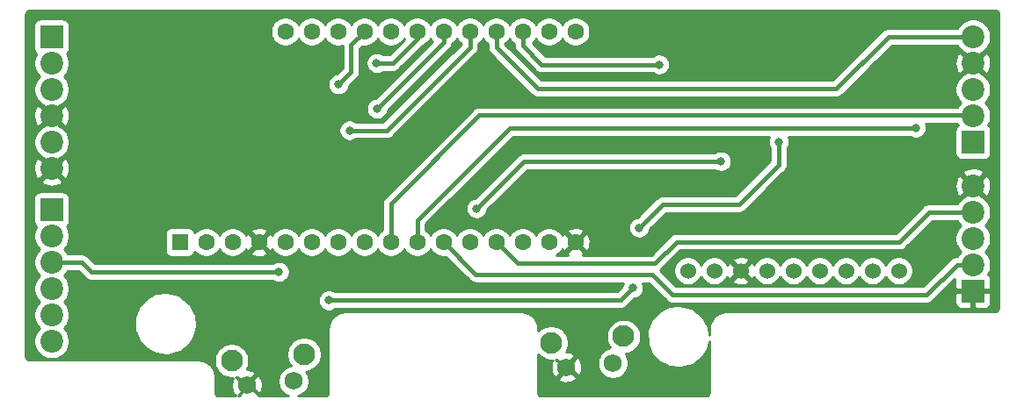
<source format=gbr>
%TF.GenerationSoftware,KiCad,Pcbnew,(5.1.10-1-10_14)*%
%TF.CreationDate,2021-07-05T16:23:29+02:00*%
%TF.ProjectId,cablebot_controller,6361626c-6562-46f7-945f-636f6e74726f,rev?*%
%TF.SameCoordinates,Original*%
%TF.FileFunction,Copper,L2,Bot*%
%TF.FilePolarity,Positive*%
%FSLAX46Y46*%
G04 Gerber Fmt 4.6, Leading zero omitted, Abs format (unit mm)*
G04 Created by KiCad (PCBNEW (5.1.10-1-10_14)) date 2021-07-05 16:23:29*
%MOMM*%
%LPD*%
G01*
G04 APERTURE LIST*
%TA.AperFunction,ComponentPad*%
%ADD10C,2.100000*%
%TD*%
%TA.AperFunction,ComponentPad*%
%ADD11C,1.750000*%
%TD*%
%TA.AperFunction,ComponentPad*%
%ADD12C,1.600000*%
%TD*%
%TA.AperFunction,ComponentPad*%
%ADD13R,1.600000X1.600000*%
%TD*%
%TA.AperFunction,ComponentPad*%
%ADD14C,2.200000*%
%TD*%
%TA.AperFunction,ComponentPad*%
%ADD15R,2.200000X2.200000*%
%TD*%
%TA.AperFunction,ComponentPad*%
%ADD16C,1.524000*%
%TD*%
%TA.AperFunction,ViaPad*%
%ADD17C,0.800000*%
%TD*%
%TA.AperFunction,Conductor*%
%ADD18C,0.400000*%
%TD*%
%TA.AperFunction,Conductor*%
%ADD19C,0.254000*%
%TD*%
%TA.AperFunction,Conductor*%
%ADD20C,0.150000*%
%TD*%
G04 APERTURE END LIST*
D10*
%TO.P,SW2,*%
%TO.N,*%
X107978226Y-85210531D03*
D11*
%TO.P,SW2,1*%
%TO.N,RST_BUTTON*%
X106950000Y-87800000D03*
%TO.P,SW2,2*%
%TO.N,GND*%
X102467124Y-88192201D03*
D10*
%TO.P,SW2,*%
%TO.N,*%
X100994901Y-85821492D03*
%TD*%
D12*
%TO.P,A1,17*%
%TO.N,SDA*%
X134100000Y-54070000D03*
%TO.P,A1,18*%
%TO.N,SCL*%
X131560000Y-54070000D03*
%TO.P,A1,19*%
%TO.N,LED_DIN*%
X129020000Y-54070000D03*
%TO.P,A1,20*%
%TO.N,ENDSTOP_FRONT*%
X126480000Y-54070000D03*
%TO.P,A1,21*%
%TO.N,ENDSTOP_BACK*%
X123940000Y-54070000D03*
%TO.P,A1,22*%
%TO.N,TX0*%
X121400000Y-54070000D03*
%TO.P,A1,23*%
%TO.N,RC_STR*%
X118860000Y-54070000D03*
%TO.P,A1,24*%
%TO.N,RX0*%
X116320000Y-54070000D03*
%TO.P,A1,25*%
%TO.N,RC_THROTTLE*%
X113780000Y-54070000D03*
%TO.P,A1,26*%
%TO.N,5V*%
X111240000Y-54070000D03*
%TO.P,A1,27*%
%TO.N,N/C*%
X108700000Y-54070000D03*
%TO.P,A1,28*%
X106160000Y-54070000D03*
D13*
%TO.P,A1,1*%
%TO.N,RST_BUTTON*%
X96000000Y-74390000D03*
D12*
%TO.P,A1,2*%
%TO.N,3V3*%
X98540000Y-74390000D03*
%TO.P,A1,3*%
%TO.N,N/C*%
X101080000Y-74390000D03*
%TO.P,A1,4*%
%TO.N,GND*%
X103620000Y-74390000D03*
%TO.P,A1,5*%
%TO.N,N/C*%
X106160000Y-74390000D03*
%TO.P,A1,6*%
%TO.N,ODRIVE_RST*%
X108700000Y-74390000D03*
%TO.P,A1,7*%
%TO.N,USER_BUTTON*%
X111240000Y-74390000D03*
%TO.P,A1,8*%
%TO.N,CHG_ST_HOME*%
X113780000Y-74390000D03*
%TO.P,A1,9*%
%TO.N,ADNS_MOT*%
X116320000Y-74390000D03*
%TO.P,A1,10*%
%TO.N,ADNS_SS*%
X118860000Y-74390000D03*
%TO.P,A1,11*%
%TO.N,SCK*%
X121400000Y-74390000D03*
%TO.P,A1,12*%
%TO.N,MOSI*%
X123940000Y-74390000D03*
%TO.P,A1,13*%
%TO.N,MISO*%
X126480000Y-74390000D03*
%TO.P,A1,14*%
%TO.N,RX1*%
X129020000Y-74390000D03*
%TO.P,A1,15*%
%TO.N,TX1*%
X131560000Y-74390000D03*
%TO.P,A1,16*%
%TO.N,GND*%
X134100000Y-74390000D03*
%TD*%
D14*
%TO.P,J5,5*%
%TO.N,GND*%
X172400000Y-68940000D03*
%TO.P,J5,4*%
%TO.N,MISO*%
X172400000Y-71480000D03*
%TO.P,J5,3*%
%TO.N,MOSI*%
X172400000Y-74020000D03*
%TO.P,J5,2*%
%TO.N,SCK*%
X172400000Y-76560000D03*
D15*
%TO.P,J5,1*%
%TO.N,GND*%
X172400000Y-79100000D03*
%TD*%
D14*
%TO.P,J4,5*%
%TO.N,ENDSTOP_FRONT*%
X172400000Y-54550000D03*
%TO.P,J4,4*%
%TO.N,GND*%
X172400000Y-57090000D03*
%TO.P,J4,3*%
%TO.N,ADNS_SS*%
X172400000Y-59630000D03*
%TO.P,J4,2*%
%TO.N,ADNS_MOT*%
X172400000Y-62170000D03*
D15*
%TO.P,J4,1*%
%TO.N,3V3*%
X172400000Y-64710000D03*
%TD*%
D14*
%TO.P,J3,6*%
%TO.N,CHG_ST_HOME*%
X83650000Y-83950000D03*
%TO.P,J3,5*%
%TO.N,RX1*%
X83650000Y-81410000D03*
%TO.P,J3,4*%
%TO.N,TX1*%
X83650000Y-78870000D03*
%TO.P,J3,3*%
%TO.N,ODRIVE_RST*%
X83650000Y-76330000D03*
%TO.P,J3,2*%
%TO.N,RX0*%
X83650000Y-73790000D03*
D15*
%TO.P,J3,1*%
%TO.N,TX0*%
X83650000Y-71250000D03*
%TD*%
D14*
%TO.P,J2,6*%
%TO.N,GND*%
X83650000Y-67275000D03*
%TO.P,J2,5*%
%TO.N,ENDSTOP_BACK*%
X83650000Y-64735000D03*
%TO.P,J2,4*%
%TO.N,GND*%
X83650000Y-62195000D03*
%TO.P,J2,3*%
%TO.N,RC_THROTTLE*%
X83650000Y-59655000D03*
%TO.P,J2,2*%
%TO.N,RC_STR*%
X83650000Y-57115000D03*
D15*
%TO.P,J2,1*%
%TO.N,5V*%
X83650000Y-54575000D03*
%TD*%
D10*
%TO.P,SW1,*%
%TO.N,*%
X138753226Y-83485531D03*
D11*
%TO.P,SW1,1*%
%TO.N,USER_BUTTON*%
X137725000Y-86075000D03*
%TO.P,SW1,2*%
%TO.N,GND*%
X133242124Y-86467201D03*
D10*
%TO.P,SW1,*%
%TO.N,*%
X131769901Y-84096492D03*
%TD*%
D16*
%TO.P,JN1,9*%
%TO.N,N/C*%
X165260000Y-77150000D03*
%TO.P,JN1,8*%
X162720000Y-77150000D03*
%TO.P,JN1,7*%
X160180000Y-77150000D03*
%TO.P,JN1,6*%
X157640000Y-77150000D03*
%TO.P,JN1,5*%
%TO.N,SDA*%
X155100000Y-77150000D03*
%TO.P,JN1,4*%
%TO.N,SCL*%
X152560000Y-77150000D03*
%TO.P,JN1,3*%
%TO.N,GND*%
X150020000Y-77150000D03*
%TO.P,JN1,2*%
%TO.N,N/C*%
X147480000Y-77150000D03*
%TO.P,JN1,1*%
%TO.N,3V3*%
X144940000Y-77150000D03*
%TD*%
D17*
%TO.N,LED_DIN*%
X142175000Y-57250000D03*
%TO.N,ENDSTOP_BACK*%
X112350000Y-63600000D03*
%TO.N,3V3*%
X110350000Y-80000000D03*
X153700000Y-64699988D03*
X139650019Y-78800009D03*
X140250000Y-73000000D03*
%TO.N,ODRIVE_RST*%
X105550000Y-77250000D03*
%TO.N,RC_STR*%
X114950000Y-57100000D03*
%TO.N,RC_THROTTLE*%
X111300000Y-59150000D03*
%TO.N,ADNS_SS*%
X166900000Y-63350000D03*
%TO.N,MOSI*%
X124587495Y-71137495D03*
X148124998Y-66575002D03*
%TO.N,TX0*%
X115000000Y-61500000D03*
%TD*%
D18*
%TO.N,LED_DIN*%
X129020000Y-54070000D02*
X129020000Y-55395000D01*
X129020000Y-55395000D02*
X130875000Y-57250000D01*
X130875000Y-57250000D02*
X142175000Y-57250000D01*
%TO.N,ENDSTOP_BACK*%
X115900000Y-63600000D02*
X112350000Y-63600000D01*
X123940000Y-55560000D02*
X115900000Y-63600000D01*
X123940000Y-54070000D02*
X123940000Y-55560000D01*
%TO.N,ENDSTOP_FRONT*%
X164250000Y-54550000D02*
X172400000Y-54550000D01*
X159225000Y-59575000D02*
X164250000Y-54550000D01*
X130475000Y-59575000D02*
X159225000Y-59575000D01*
X126480000Y-55580000D02*
X130475000Y-59575000D01*
X126480000Y-54480000D02*
X126480000Y-55580000D01*
%TO.N,3V3*%
X138450028Y-80000000D02*
X139650019Y-78800009D01*
X110350000Y-80000000D02*
X138450028Y-80000000D01*
X142500000Y-70750000D02*
X140250000Y-73000000D01*
X153700000Y-66900000D02*
X149850000Y-70750000D01*
X149850000Y-70750000D02*
X142500000Y-70750000D01*
X153700000Y-64699988D02*
X153700000Y-66900000D01*
%TO.N,ODRIVE_RST*%
X105550000Y-77250000D02*
X87450000Y-77250000D01*
X86530000Y-76330000D02*
X83650000Y-76330000D01*
X87450000Y-77250000D02*
X86530000Y-76330000D01*
%TO.N,RC_STR*%
X116525000Y-57100000D02*
X114950000Y-57100000D01*
X118860000Y-54765000D02*
X116525000Y-57100000D01*
X118860000Y-54070000D02*
X118860000Y-54765000D01*
%TO.N,RC_THROTTLE*%
X111300000Y-59150000D02*
X112500000Y-57950000D01*
X112500000Y-55350000D02*
X113780000Y-54070000D01*
X112500000Y-57950000D02*
X112500000Y-55350000D01*
%TO.N,ADNS_MOT*%
X124850000Y-62150000D02*
X172380000Y-62150000D01*
X172380000Y-62150000D02*
X172400000Y-62170000D01*
X116320000Y-70680000D02*
X124850000Y-62150000D01*
X116320000Y-74800000D02*
X116320000Y-70680000D01*
%TO.N,ADNS_SS*%
X127775000Y-63350000D02*
X166900000Y-63350000D01*
X118860000Y-72265000D02*
X127775000Y-63350000D01*
X118860000Y-74800000D02*
X118860000Y-72265000D01*
%TO.N,SCK*%
X170844366Y-76560000D02*
X172400000Y-76560000D01*
X167954366Y-79450000D02*
X170844366Y-76560000D01*
X143450000Y-79450000D02*
X167954366Y-79450000D01*
X124510000Y-77500000D02*
X141500000Y-77500000D01*
X141500000Y-77500000D02*
X143450000Y-79450000D01*
X121400000Y-74390000D02*
X124510000Y-77500000D01*
%TO.N,MISO*%
X128540000Y-76450000D02*
X126480000Y-74390000D01*
X168170000Y-71480000D02*
X165300000Y-74350000D01*
X141750000Y-76450000D02*
X128540000Y-76450000D01*
X172400000Y-71480000D02*
X168170000Y-71480000D01*
X143850000Y-74350000D02*
X141750000Y-76450000D01*
X165300000Y-74350000D02*
X143850000Y-74350000D01*
%TO.N,MOSI*%
X124587495Y-71137495D02*
X129149988Y-66575002D01*
X129149988Y-66575002D02*
X148124998Y-66575002D01*
%TO.N,TX0*%
X121400000Y-55100000D02*
X115000000Y-61500000D01*
X121400000Y-54070000D02*
X121400000Y-55100000D01*
%TD*%
D19*
%TO.N,GND*%
X174615424Y-52069580D02*
X174678356Y-52088580D01*
X174736405Y-52119445D01*
X174787343Y-52160989D01*
X174829248Y-52211644D01*
X174860515Y-52269471D01*
X174879956Y-52332272D01*
X174889951Y-52427374D01*
X174840057Y-80717139D01*
X174830420Y-80815424D01*
X174811420Y-80878357D01*
X174780554Y-80936406D01*
X174739011Y-80987343D01*
X174688356Y-81029248D01*
X174630529Y-81060515D01*
X174567728Y-81079956D01*
X174472165Y-81090000D01*
X148617581Y-81090000D01*
X148589326Y-81092783D01*
X148583199Y-81092740D01*
X148574028Y-81093640D01*
X148379931Y-81114041D01*
X148321348Y-81126066D01*
X148262577Y-81137277D01*
X148253755Y-81139941D01*
X148067317Y-81197653D01*
X148012162Y-81220838D01*
X147956709Y-81243242D01*
X147948573Y-81247568D01*
X147776896Y-81340393D01*
X147727278Y-81373861D01*
X147677247Y-81406600D01*
X147670106Y-81412424D01*
X147519728Y-81536828D01*
X147477589Y-81579263D01*
X147434839Y-81621126D01*
X147428966Y-81628227D01*
X147305616Y-81779469D01*
X147272534Y-81829262D01*
X147238716Y-81878651D01*
X147234333Y-81886757D01*
X147142708Y-82059079D01*
X147119909Y-82114394D01*
X147096348Y-82169366D01*
X147093623Y-82178169D01*
X147037214Y-82365005D01*
X147025594Y-82423693D01*
X147013158Y-82482196D01*
X147012195Y-82491361D01*
X146993150Y-82685595D01*
X146990000Y-82717582D01*
X146990000Y-83337245D01*
X146926478Y-82638502D01*
X146921081Y-82611682D01*
X146911279Y-82588796D01*
X146361279Y-81588796D01*
X146345197Y-81565937D01*
X146326967Y-81548980D01*
X145276967Y-80748980D01*
X145251765Y-80734029D01*
X145228146Y-80726158D01*
X144128146Y-80476158D01*
X144111601Y-80473531D01*
X144086705Y-80473698D01*
X143136705Y-80573698D01*
X143111167Y-80579083D01*
X143088323Y-80588982D01*
X142188323Y-81088982D01*
X142160197Y-81110197D01*
X141460197Y-81810197D01*
X141442421Y-81832504D01*
X141431320Y-81854789D01*
X141031320Y-82904789D01*
X141024550Y-82930222D01*
X141023101Y-82955076D01*
X141073101Y-84205076D01*
X141074930Y-84222054D01*
X141081635Y-84246031D01*
X141431635Y-85146031D01*
X141444403Y-85170557D01*
X141460197Y-85189803D01*
X142110197Y-85839803D01*
X142138323Y-85861018D01*
X143038323Y-86361018D01*
X143058621Y-86370070D01*
X143082841Y-86375835D01*
X144182841Y-86525835D01*
X144207467Y-86526780D01*
X144232058Y-86522887D01*
X145382058Y-86222887D01*
X145406915Y-86213533D01*
X145427970Y-86200248D01*
X146327970Y-85500248D01*
X146344062Y-85485331D01*
X146358902Y-85465341D01*
X146808902Y-84715341D01*
X146816219Y-84701207D01*
X146823976Y-84677550D01*
X146990000Y-83930441D01*
X146990001Y-88867711D01*
X146980420Y-88965424D01*
X146961420Y-89028357D01*
X146930554Y-89086406D01*
X146889011Y-89137343D01*
X146838356Y-89179248D01*
X146780529Y-89210515D01*
X146717728Y-89229956D01*
X146622165Y-89240000D01*
X130882279Y-89240000D01*
X130784576Y-89230420D01*
X130721643Y-89211420D01*
X130663594Y-89180554D01*
X130612657Y-89139011D01*
X130570752Y-89088356D01*
X130539485Y-89030529D01*
X130520044Y-88967728D01*
X130510000Y-88872165D01*
X130510000Y-87584992D01*
X132469973Y-87584992D01*
X132572256Y-87828633D01*
X132850730Y-87933159D01*
X133144244Y-87981348D01*
X133441521Y-87971350D01*
X133731134Y-87903548D01*
X134001955Y-87780548D01*
X134138225Y-87691628D01*
X134196647Y-87433928D01*
X133257778Y-86646123D01*
X132469973Y-87584992D01*
X130510000Y-87584992D01*
X130510000Y-85219541D01*
X130695776Y-85405317D01*
X130971754Y-85589720D01*
X131278405Y-85716738D01*
X131603943Y-85781492D01*
X131918426Y-85781492D01*
X131880692Y-85797333D01*
X131776166Y-86075807D01*
X131727977Y-86369321D01*
X131737975Y-86666598D01*
X131805777Y-86956211D01*
X131928777Y-87227032D01*
X132017697Y-87363302D01*
X132275397Y-87421724D01*
X133063202Y-86482855D01*
X132171492Y-85734621D01*
X132261397Y-85716738D01*
X132297216Y-85701901D01*
X133048375Y-86453060D01*
X133049888Y-86451547D01*
X133421046Y-86451547D01*
X134359915Y-87239352D01*
X134603556Y-87137069D01*
X134708082Y-86858595D01*
X134756271Y-86565081D01*
X134746273Y-86267804D01*
X134678471Y-85978191D01*
X134654894Y-85926278D01*
X136215000Y-85926278D01*
X136215000Y-86223722D01*
X136273029Y-86515451D01*
X136386856Y-86790253D01*
X136552107Y-87037569D01*
X136762431Y-87247893D01*
X137009747Y-87413144D01*
X137284549Y-87526971D01*
X137576278Y-87585000D01*
X137873722Y-87585000D01*
X138165451Y-87526971D01*
X138440253Y-87413144D01*
X138687569Y-87247893D01*
X138897893Y-87037569D01*
X139063144Y-86790253D01*
X139176971Y-86515451D01*
X139235000Y-86223722D01*
X139235000Y-85926278D01*
X139176971Y-85634549D01*
X139063144Y-85359747D01*
X138934658Y-85167453D01*
X139244722Y-85105777D01*
X139551373Y-84978759D01*
X139827351Y-84794356D01*
X140062051Y-84559656D01*
X140246454Y-84283678D01*
X140373472Y-83977027D01*
X140438226Y-83651489D01*
X140438226Y-83319573D01*
X140373472Y-82994035D01*
X140246454Y-82687384D01*
X140062051Y-82411406D01*
X139827351Y-82176706D01*
X139551373Y-81992303D01*
X139244722Y-81865285D01*
X138919184Y-81800531D01*
X138587268Y-81800531D01*
X138261730Y-81865285D01*
X137955079Y-81992303D01*
X137679101Y-82176706D01*
X137444401Y-82411406D01*
X137259998Y-82687384D01*
X137132980Y-82994035D01*
X137068226Y-83319573D01*
X137068226Y-83651489D01*
X137132980Y-83977027D01*
X137259998Y-84283678D01*
X137444401Y-84559656D01*
X137470738Y-84585993D01*
X137284549Y-84623029D01*
X137009747Y-84736856D01*
X136762431Y-84902107D01*
X136552107Y-85112431D01*
X136386856Y-85359747D01*
X136273029Y-85634549D01*
X136215000Y-85926278D01*
X134654894Y-85926278D01*
X134555471Y-85707370D01*
X134466551Y-85571100D01*
X134208851Y-85512678D01*
X133421046Y-86451547D01*
X133049888Y-86451547D01*
X133219231Y-86282204D01*
X133226470Y-86288279D01*
X134014275Y-85349410D01*
X133911992Y-85105769D01*
X133633518Y-85001243D01*
X133340004Y-84953054D01*
X133221433Y-84957042D01*
X133263129Y-84894639D01*
X133390147Y-84587988D01*
X133454901Y-84262450D01*
X133454901Y-83930534D01*
X133390147Y-83604996D01*
X133263129Y-83298345D01*
X133078726Y-83022367D01*
X132844026Y-82787667D01*
X132568048Y-82603264D01*
X132261397Y-82476246D01*
X131935859Y-82411492D01*
X131603943Y-82411492D01*
X131278405Y-82476246D01*
X130971754Y-82603264D01*
X130695776Y-82787667D01*
X130510000Y-82973443D01*
X130510000Y-82717581D01*
X130507217Y-82689326D01*
X130507260Y-82683199D01*
X130506360Y-82674028D01*
X130485959Y-82479931D01*
X130473934Y-82421348D01*
X130462723Y-82362577D01*
X130460059Y-82353755D01*
X130402347Y-82167317D01*
X130379162Y-82112162D01*
X130356758Y-82056709D01*
X130352432Y-82048573D01*
X130259607Y-81876896D01*
X130226139Y-81827278D01*
X130193400Y-81777247D01*
X130187576Y-81770106D01*
X130063172Y-81619728D01*
X130020737Y-81577589D01*
X129978874Y-81534839D01*
X129971773Y-81528966D01*
X129820531Y-81405616D01*
X129770738Y-81372534D01*
X129721349Y-81338716D01*
X129713243Y-81334333D01*
X129540921Y-81242708D01*
X129485606Y-81219909D01*
X129430634Y-81196348D01*
X129421831Y-81193623D01*
X129234995Y-81137214D01*
X129176307Y-81125594D01*
X129117804Y-81113158D01*
X129108639Y-81112195D01*
X128914405Y-81093150D01*
X128914402Y-81093150D01*
X128882419Y-81090000D01*
X111917581Y-81090000D01*
X111889326Y-81092783D01*
X111883199Y-81092740D01*
X111874028Y-81093640D01*
X111679931Y-81114041D01*
X111621348Y-81126066D01*
X111562577Y-81137277D01*
X111553755Y-81139941D01*
X111367317Y-81197653D01*
X111312162Y-81220838D01*
X111256709Y-81243242D01*
X111248573Y-81247568D01*
X111076896Y-81340393D01*
X111027278Y-81373861D01*
X110977247Y-81406600D01*
X110970106Y-81412424D01*
X110819728Y-81536828D01*
X110777589Y-81579263D01*
X110734839Y-81621126D01*
X110728966Y-81628227D01*
X110605616Y-81779469D01*
X110572534Y-81829262D01*
X110538716Y-81878651D01*
X110534333Y-81886757D01*
X110442708Y-82059079D01*
X110419909Y-82114394D01*
X110396348Y-82169366D01*
X110393623Y-82178169D01*
X110337214Y-82365005D01*
X110325594Y-82423693D01*
X110313158Y-82482196D01*
X110312195Y-82491361D01*
X110293150Y-82685595D01*
X110290000Y-82717582D01*
X110290001Y-88867711D01*
X110280420Y-88965424D01*
X110261420Y-89028357D01*
X110230554Y-89086406D01*
X110189011Y-89137343D01*
X110138356Y-89179248D01*
X110080529Y-89210515D01*
X110017728Y-89229956D01*
X109922165Y-89240000D01*
X107419351Y-89240000D01*
X107665253Y-89138144D01*
X107912569Y-88972893D01*
X108122893Y-88762569D01*
X108288144Y-88515253D01*
X108401971Y-88240451D01*
X108460000Y-87948722D01*
X108460000Y-87651278D01*
X108401971Y-87359549D01*
X108288144Y-87084747D01*
X108159658Y-86892453D01*
X108469722Y-86830777D01*
X108776373Y-86703759D01*
X109052351Y-86519356D01*
X109287051Y-86284656D01*
X109471454Y-86008678D01*
X109598472Y-85702027D01*
X109663226Y-85376489D01*
X109663226Y-85044573D01*
X109598472Y-84719035D01*
X109471454Y-84412384D01*
X109287051Y-84136406D01*
X109052351Y-83901706D01*
X108776373Y-83717303D01*
X108469722Y-83590285D01*
X108144184Y-83525531D01*
X107812268Y-83525531D01*
X107486730Y-83590285D01*
X107180079Y-83717303D01*
X106904101Y-83901706D01*
X106669401Y-84136406D01*
X106484998Y-84412384D01*
X106357980Y-84719035D01*
X106293226Y-85044573D01*
X106293226Y-85376489D01*
X106357980Y-85702027D01*
X106484998Y-86008678D01*
X106669401Y-86284656D01*
X106695738Y-86310993D01*
X106509549Y-86348029D01*
X106234747Y-86461856D01*
X105987431Y-86627107D01*
X105777107Y-86837431D01*
X105611856Y-87084747D01*
X105498029Y-87359549D01*
X105440000Y-87651278D01*
X105440000Y-87948722D01*
X105498029Y-88240451D01*
X105611856Y-88515253D01*
X105777107Y-88762569D01*
X105987431Y-88972893D01*
X106234747Y-89138144D01*
X106480649Y-89240000D01*
X103564251Y-89240000D01*
X103629391Y-89174860D01*
X102660873Y-88206342D01*
X102490017Y-88377198D01*
X102482778Y-88371123D01*
X101753703Y-89240000D01*
X101598933Y-89240000D01*
X102452983Y-88385950D01*
X102282127Y-88215094D01*
X102288202Y-88207855D01*
X101396492Y-87459621D01*
X101486397Y-87441738D01*
X101522216Y-87426901D01*
X102273375Y-88178060D01*
X102274888Y-88176547D01*
X102646046Y-88176547D01*
X103584915Y-88964352D01*
X103828556Y-88862069D01*
X103933082Y-88583595D01*
X103981271Y-88290081D01*
X103971273Y-87992804D01*
X103903471Y-87703191D01*
X103780471Y-87432370D01*
X103691551Y-87296100D01*
X103433851Y-87237678D01*
X102646046Y-88176547D01*
X102274888Y-88176547D01*
X102444231Y-88007204D01*
X102451470Y-88013279D01*
X103239275Y-87074410D01*
X103136992Y-86830769D01*
X102858518Y-86726243D01*
X102565004Y-86678054D01*
X102446433Y-86682042D01*
X102488129Y-86619639D01*
X102615147Y-86312988D01*
X102679901Y-85987450D01*
X102679901Y-85655534D01*
X102615147Y-85329996D01*
X102488129Y-85023345D01*
X102303726Y-84747367D01*
X102069026Y-84512667D01*
X101793048Y-84328264D01*
X101486397Y-84201246D01*
X101160859Y-84136492D01*
X100828943Y-84136492D01*
X100503405Y-84201246D01*
X100196754Y-84328264D01*
X99920776Y-84512667D01*
X99686076Y-84747367D01*
X99501673Y-85023345D01*
X99374655Y-85329996D01*
X99309901Y-85655534D01*
X99309901Y-85987450D01*
X99374655Y-86312988D01*
X99501673Y-86619639D01*
X99686076Y-86895617D01*
X99920776Y-87130317D01*
X100196754Y-87314720D01*
X100503405Y-87441738D01*
X100828943Y-87506492D01*
X101143426Y-87506492D01*
X101105692Y-87522333D01*
X101001166Y-87800807D01*
X100952977Y-88094321D01*
X100962975Y-88391598D01*
X101030777Y-88681211D01*
X101153777Y-88952032D01*
X101242697Y-89088302D01*
X101363931Y-89115786D01*
X101304857Y-89174860D01*
X101369997Y-89240000D01*
X99782279Y-89240000D01*
X99684576Y-89230420D01*
X99621643Y-89211420D01*
X99563594Y-89180554D01*
X99512657Y-89139011D01*
X99470752Y-89088356D01*
X99439485Y-89030529D01*
X99420044Y-88967728D01*
X99410000Y-88872165D01*
X99410000Y-87367581D01*
X99407217Y-87339326D01*
X99407260Y-87333199D01*
X99406360Y-87324028D01*
X99385959Y-87129931D01*
X99373934Y-87071348D01*
X99362723Y-87012577D01*
X99360059Y-87003755D01*
X99302347Y-86817317D01*
X99279162Y-86762162D01*
X99256758Y-86706709D01*
X99252432Y-86698573D01*
X99159607Y-86526896D01*
X99126139Y-86477278D01*
X99093400Y-86427247D01*
X99087576Y-86420106D01*
X98963172Y-86269728D01*
X98920737Y-86227589D01*
X98878874Y-86184839D01*
X98871773Y-86178966D01*
X98720531Y-86055616D01*
X98670738Y-86022534D01*
X98621349Y-85988716D01*
X98613243Y-85984333D01*
X98440921Y-85892708D01*
X98385606Y-85869909D01*
X98330634Y-85846348D01*
X98321831Y-85843623D01*
X98134995Y-85787214D01*
X98076307Y-85775594D01*
X98017804Y-85763158D01*
X98008639Y-85762195D01*
X97814405Y-85743150D01*
X97814402Y-85743150D01*
X97782419Y-85740000D01*
X81532279Y-85740000D01*
X81434576Y-85730420D01*
X81371643Y-85711420D01*
X81313594Y-85680554D01*
X81262657Y-85639011D01*
X81220752Y-85588356D01*
X81189485Y-85530529D01*
X81170044Y-85467728D01*
X81160000Y-85372165D01*
X81160000Y-70150000D01*
X81911928Y-70150000D01*
X81911928Y-72350000D01*
X81924188Y-72474482D01*
X81960498Y-72594180D01*
X82019463Y-72704494D01*
X82098815Y-72801185D01*
X82179690Y-72867557D01*
X82112463Y-72968169D01*
X81981675Y-73283919D01*
X81915000Y-73619117D01*
X81915000Y-73960883D01*
X81981675Y-74296081D01*
X82112463Y-74611831D01*
X82302337Y-74895998D01*
X82466339Y-75060000D01*
X82302337Y-75224002D01*
X82112463Y-75508169D01*
X81981675Y-75823919D01*
X81915000Y-76159117D01*
X81915000Y-76500883D01*
X81981675Y-76836081D01*
X82112463Y-77151831D01*
X82302337Y-77435998D01*
X82466339Y-77600000D01*
X82302337Y-77764002D01*
X82112463Y-78048169D01*
X81981675Y-78363919D01*
X81915000Y-78699117D01*
X81915000Y-79040883D01*
X81981675Y-79376081D01*
X82112463Y-79691831D01*
X82302337Y-79975998D01*
X82466339Y-80140000D01*
X82302337Y-80304002D01*
X82112463Y-80588169D01*
X81981675Y-80903919D01*
X81915000Y-81239117D01*
X81915000Y-81580883D01*
X81981675Y-81916081D01*
X82112463Y-82231831D01*
X82302337Y-82515998D01*
X82466339Y-82680000D01*
X82302337Y-82844002D01*
X82112463Y-83128169D01*
X81981675Y-83443919D01*
X81915000Y-83779117D01*
X81915000Y-84120883D01*
X81981675Y-84456081D01*
X82112463Y-84771831D01*
X82302337Y-85055998D01*
X82544002Y-85297663D01*
X82828169Y-85487537D01*
X83143919Y-85618325D01*
X83479117Y-85685000D01*
X83820883Y-85685000D01*
X84156081Y-85618325D01*
X84471831Y-85487537D01*
X84755998Y-85297663D01*
X84997663Y-85055998D01*
X85187537Y-84771831D01*
X85318325Y-84456081D01*
X85385000Y-84120883D01*
X85385000Y-83779117D01*
X85318325Y-83443919D01*
X85187537Y-83128169D01*
X84997663Y-82844002D01*
X84833661Y-82680000D01*
X84997663Y-82515998D01*
X85187537Y-82231831D01*
X85318325Y-81916081D01*
X85360296Y-81705076D01*
X91623101Y-81705076D01*
X91673101Y-82955076D01*
X91674930Y-82972054D01*
X91681635Y-82996031D01*
X92031635Y-83896031D01*
X92044403Y-83920557D01*
X92060197Y-83939803D01*
X92710197Y-84589803D01*
X92738323Y-84611018D01*
X93638323Y-85111018D01*
X93658621Y-85120070D01*
X93682841Y-85125835D01*
X94782841Y-85275835D01*
X94807467Y-85276780D01*
X94832058Y-85272887D01*
X95982058Y-84972887D01*
X96006915Y-84963533D01*
X96027970Y-84950248D01*
X96927970Y-84250248D01*
X96944062Y-84235331D01*
X96958902Y-84215341D01*
X97408902Y-83465341D01*
X97416219Y-83451207D01*
X97423976Y-83427550D01*
X97623976Y-82527550D01*
X97626291Y-82513398D01*
X97626478Y-82488502D01*
X97526478Y-81388502D01*
X97521081Y-81361682D01*
X97511279Y-81338796D01*
X96961279Y-80338796D01*
X96945197Y-80315937D01*
X96926967Y-80298980D01*
X95876967Y-79498980D01*
X95851765Y-79484029D01*
X95828146Y-79476158D01*
X94728146Y-79226158D01*
X94711601Y-79223531D01*
X94686705Y-79223698D01*
X93736705Y-79323698D01*
X93711167Y-79329083D01*
X93688323Y-79338982D01*
X92788323Y-79838982D01*
X92760197Y-79860197D01*
X92060197Y-80560197D01*
X92042421Y-80582504D01*
X92031320Y-80604789D01*
X91631320Y-81654789D01*
X91624550Y-81680222D01*
X91623101Y-81705076D01*
X85360296Y-81705076D01*
X85385000Y-81580883D01*
X85385000Y-81239117D01*
X85318325Y-80903919D01*
X85187537Y-80588169D01*
X84997663Y-80304002D01*
X84833661Y-80140000D01*
X84997663Y-79975998D01*
X85187537Y-79691831D01*
X85318325Y-79376081D01*
X85385000Y-79040883D01*
X85385000Y-78699117D01*
X85318325Y-78363919D01*
X85187537Y-78048169D01*
X84997663Y-77764002D01*
X84833661Y-77600000D01*
X84997663Y-77435998D01*
X85178738Y-77165000D01*
X86184133Y-77165000D01*
X86830558Y-77811426D01*
X86856709Y-77843291D01*
X86983854Y-77947636D01*
X87128913Y-78025172D01*
X87286311Y-78072918D01*
X87408981Y-78085000D01*
X87408991Y-78085000D01*
X87449999Y-78089039D01*
X87491007Y-78085000D01*
X104936715Y-78085000D01*
X105059744Y-78167205D01*
X105248102Y-78245226D01*
X105448061Y-78285000D01*
X105651939Y-78285000D01*
X105851898Y-78245226D01*
X106040256Y-78167205D01*
X106209774Y-78053937D01*
X106353937Y-77909774D01*
X106467205Y-77740256D01*
X106545226Y-77551898D01*
X106585000Y-77351939D01*
X106585000Y-77148061D01*
X106545226Y-76948102D01*
X106467205Y-76759744D01*
X106353937Y-76590226D01*
X106209774Y-76446063D01*
X106040256Y-76332795D01*
X105851898Y-76254774D01*
X105651939Y-76215000D01*
X105448061Y-76215000D01*
X105248102Y-76254774D01*
X105059744Y-76332795D01*
X104936715Y-76415000D01*
X87795868Y-76415000D01*
X87149446Y-75768579D01*
X87123291Y-75736709D01*
X86996146Y-75632364D01*
X86851087Y-75554828D01*
X86693689Y-75507082D01*
X86571019Y-75495000D01*
X86571018Y-75495000D01*
X86530000Y-75490960D01*
X86488982Y-75495000D01*
X85178738Y-75495000D01*
X84997663Y-75224002D01*
X84833661Y-75060000D01*
X84997663Y-74895998D01*
X85187537Y-74611831D01*
X85318325Y-74296081D01*
X85385000Y-73960883D01*
X85385000Y-73619117D01*
X85379209Y-73590000D01*
X94561928Y-73590000D01*
X94561928Y-75190000D01*
X94574188Y-75314482D01*
X94610498Y-75434180D01*
X94669463Y-75544494D01*
X94748815Y-75641185D01*
X94845506Y-75720537D01*
X94955820Y-75779502D01*
X95075518Y-75815812D01*
X95200000Y-75828072D01*
X96800000Y-75828072D01*
X96924482Y-75815812D01*
X97044180Y-75779502D01*
X97154494Y-75720537D01*
X97251185Y-75641185D01*
X97330537Y-75544494D01*
X97389502Y-75434180D01*
X97425812Y-75314482D01*
X97426643Y-75306039D01*
X97625241Y-75504637D01*
X97860273Y-75661680D01*
X98121426Y-75769853D01*
X98398665Y-75825000D01*
X98681335Y-75825000D01*
X98958574Y-75769853D01*
X99219727Y-75661680D01*
X99454759Y-75504637D01*
X99654637Y-75304759D01*
X99810000Y-75072241D01*
X99965363Y-75304759D01*
X100165241Y-75504637D01*
X100400273Y-75661680D01*
X100661426Y-75769853D01*
X100938665Y-75825000D01*
X101221335Y-75825000D01*
X101498574Y-75769853D01*
X101759727Y-75661680D01*
X101994759Y-75504637D01*
X102116694Y-75382702D01*
X102806903Y-75382702D01*
X102878486Y-75626671D01*
X103133996Y-75747571D01*
X103408184Y-75816300D01*
X103690512Y-75830217D01*
X103970130Y-75788787D01*
X104236292Y-75693603D01*
X104361514Y-75626671D01*
X104433097Y-75382702D01*
X103620000Y-74569605D01*
X102806903Y-75382702D01*
X102116694Y-75382702D01*
X102194637Y-75304759D01*
X102350915Y-75070872D01*
X102383329Y-75131514D01*
X102627298Y-75203097D01*
X103440395Y-74390000D01*
X103799605Y-74390000D01*
X104612702Y-75203097D01*
X104856671Y-75131514D01*
X104887194Y-75067008D01*
X104888320Y-75069727D01*
X105045363Y-75304759D01*
X105245241Y-75504637D01*
X105480273Y-75661680D01*
X105741426Y-75769853D01*
X106018665Y-75825000D01*
X106301335Y-75825000D01*
X106578574Y-75769853D01*
X106839727Y-75661680D01*
X107074759Y-75504637D01*
X107274637Y-75304759D01*
X107430000Y-75072241D01*
X107585363Y-75304759D01*
X107785241Y-75504637D01*
X108020273Y-75661680D01*
X108281426Y-75769853D01*
X108558665Y-75825000D01*
X108841335Y-75825000D01*
X109118574Y-75769853D01*
X109379727Y-75661680D01*
X109614759Y-75504637D01*
X109814637Y-75304759D01*
X109970000Y-75072241D01*
X110125363Y-75304759D01*
X110325241Y-75504637D01*
X110560273Y-75661680D01*
X110821426Y-75769853D01*
X111098665Y-75825000D01*
X111381335Y-75825000D01*
X111658574Y-75769853D01*
X111919727Y-75661680D01*
X112154759Y-75504637D01*
X112354637Y-75304759D01*
X112510000Y-75072241D01*
X112665363Y-75304759D01*
X112865241Y-75504637D01*
X113100273Y-75661680D01*
X113361426Y-75769853D01*
X113638665Y-75825000D01*
X113921335Y-75825000D01*
X114198574Y-75769853D01*
X114459727Y-75661680D01*
X114694759Y-75504637D01*
X114894637Y-75304759D01*
X115050000Y-75072241D01*
X115205363Y-75304759D01*
X115405241Y-75504637D01*
X115640273Y-75661680D01*
X115901426Y-75769853D01*
X116178665Y-75825000D01*
X116461335Y-75825000D01*
X116738574Y-75769853D01*
X116999727Y-75661680D01*
X117234759Y-75504637D01*
X117434637Y-75304759D01*
X117590000Y-75072241D01*
X117745363Y-75304759D01*
X117945241Y-75504637D01*
X118180273Y-75661680D01*
X118441426Y-75769853D01*
X118718665Y-75825000D01*
X119001335Y-75825000D01*
X119278574Y-75769853D01*
X119539727Y-75661680D01*
X119774759Y-75504637D01*
X119974637Y-75304759D01*
X120130000Y-75072241D01*
X120285363Y-75304759D01*
X120485241Y-75504637D01*
X120720273Y-75661680D01*
X120981426Y-75769853D01*
X121258665Y-75825000D01*
X121541335Y-75825000D01*
X121635418Y-75806285D01*
X123890559Y-78061427D01*
X123916709Y-78093291D01*
X123973911Y-78140235D01*
X124043854Y-78197636D01*
X124188913Y-78275172D01*
X124346311Y-78322918D01*
X124509999Y-78339040D01*
X124551018Y-78335000D01*
X138722356Y-78335000D01*
X138654793Y-78498111D01*
X138625927Y-78643233D01*
X138104161Y-79165000D01*
X110963285Y-79165000D01*
X110840256Y-79082795D01*
X110651898Y-79004774D01*
X110451939Y-78965000D01*
X110248061Y-78965000D01*
X110048102Y-79004774D01*
X109859744Y-79082795D01*
X109690226Y-79196063D01*
X109546063Y-79340226D01*
X109432795Y-79509744D01*
X109354774Y-79698102D01*
X109315000Y-79898061D01*
X109315000Y-80101939D01*
X109354774Y-80301898D01*
X109432795Y-80490256D01*
X109546063Y-80659774D01*
X109690226Y-80803937D01*
X109859744Y-80917205D01*
X110048102Y-80995226D01*
X110248061Y-81035000D01*
X110451939Y-81035000D01*
X110651898Y-80995226D01*
X110840256Y-80917205D01*
X110963285Y-80835000D01*
X138409010Y-80835000D01*
X138450028Y-80839040D01*
X138491046Y-80835000D01*
X138491047Y-80835000D01*
X138613717Y-80822918D01*
X138771115Y-80775172D01*
X138916174Y-80697636D01*
X139043319Y-80593291D01*
X139069473Y-80561422D01*
X139806795Y-79824101D01*
X139951917Y-79795235D01*
X140140275Y-79717214D01*
X140309793Y-79603946D01*
X140453956Y-79459783D01*
X140567224Y-79290265D01*
X140645245Y-79101907D01*
X140685019Y-78901948D01*
X140685019Y-78698070D01*
X140645245Y-78498111D01*
X140577682Y-78335000D01*
X141154133Y-78335000D01*
X142830559Y-80011427D01*
X142856709Y-80043291D01*
X142983854Y-80147636D01*
X143128913Y-80225172D01*
X143286311Y-80272918D01*
X143408981Y-80285000D01*
X143408991Y-80285000D01*
X143449999Y-80289039D01*
X143491007Y-80285000D01*
X167913348Y-80285000D01*
X167954366Y-80289040D01*
X167995384Y-80285000D01*
X167995385Y-80285000D01*
X168118055Y-80272918D01*
X168275453Y-80225172D01*
X168322546Y-80200000D01*
X170661928Y-80200000D01*
X170674188Y-80324482D01*
X170710498Y-80444180D01*
X170769463Y-80554494D01*
X170848815Y-80651185D01*
X170945506Y-80730537D01*
X171055820Y-80789502D01*
X171175518Y-80825812D01*
X171300000Y-80838072D01*
X172114250Y-80835000D01*
X172273000Y-80676250D01*
X172273000Y-79227000D01*
X172527000Y-79227000D01*
X172527000Y-80676250D01*
X172685750Y-80835000D01*
X173500000Y-80838072D01*
X173624482Y-80825812D01*
X173744180Y-80789502D01*
X173854494Y-80730537D01*
X173951185Y-80651185D01*
X174030537Y-80554494D01*
X174089502Y-80444180D01*
X174125812Y-80324482D01*
X174138072Y-80200000D01*
X174135000Y-79385750D01*
X173976250Y-79227000D01*
X172527000Y-79227000D01*
X172273000Y-79227000D01*
X170823750Y-79227000D01*
X170665000Y-79385750D01*
X170661928Y-80200000D01*
X168322546Y-80200000D01*
X168420512Y-80147636D01*
X168547657Y-80043291D01*
X168573812Y-80011421D01*
X170670307Y-77914927D01*
X170661928Y-78000000D01*
X170665000Y-78814250D01*
X170823750Y-78973000D01*
X172273000Y-78973000D01*
X172273000Y-78953000D01*
X172527000Y-78953000D01*
X172527000Y-78973000D01*
X173976250Y-78973000D01*
X174135000Y-78814250D01*
X174138072Y-78000000D01*
X174125812Y-77875518D01*
X174089502Y-77755820D01*
X174030537Y-77645506D01*
X173951185Y-77548815D01*
X173870310Y-77482443D01*
X173937537Y-77381831D01*
X174068325Y-77066081D01*
X174135000Y-76730883D01*
X174135000Y-76389117D01*
X174068325Y-76053919D01*
X173937537Y-75738169D01*
X173747663Y-75454002D01*
X173583661Y-75290000D01*
X173747663Y-75125998D01*
X173937537Y-74841831D01*
X174068325Y-74526081D01*
X174135000Y-74190883D01*
X174135000Y-73849117D01*
X174068325Y-73513919D01*
X173937537Y-73198169D01*
X173747663Y-72914002D01*
X173583661Y-72750000D01*
X173747663Y-72585998D01*
X173937537Y-72301831D01*
X174068325Y-71986081D01*
X174135000Y-71650883D01*
X174135000Y-71309117D01*
X174068325Y-70973919D01*
X173937537Y-70658169D01*
X173747663Y-70374002D01*
X173505998Y-70132337D01*
X173224926Y-69944531D01*
X172400000Y-69119605D01*
X171575074Y-69944531D01*
X171294002Y-70132337D01*
X171052337Y-70374002D01*
X170871262Y-70645000D01*
X168211018Y-70645000D01*
X168170000Y-70640960D01*
X168128981Y-70645000D01*
X168006311Y-70657082D01*
X167848913Y-70704828D01*
X167703854Y-70782364D01*
X167576709Y-70886709D01*
X167550563Y-70918568D01*
X164954133Y-73515000D01*
X143891007Y-73515000D01*
X143849999Y-73510961D01*
X143808991Y-73515000D01*
X143808981Y-73515000D01*
X143686311Y-73527082D01*
X143528913Y-73574828D01*
X143383854Y-73652364D01*
X143256709Y-73756709D01*
X143230561Y-73788571D01*
X141404133Y-75615000D01*
X134844938Y-75615000D01*
X134913097Y-75382702D01*
X134100000Y-74569605D01*
X133286903Y-75382702D01*
X133355062Y-75615000D01*
X132309589Y-75615000D01*
X132474759Y-75504637D01*
X132674637Y-75304759D01*
X132830915Y-75070872D01*
X132863329Y-75131514D01*
X133107298Y-75203097D01*
X133920395Y-74390000D01*
X134279605Y-74390000D01*
X135092702Y-75203097D01*
X135336671Y-75131514D01*
X135457571Y-74876004D01*
X135526300Y-74601816D01*
X135540217Y-74319488D01*
X135498787Y-74039870D01*
X135403603Y-73773708D01*
X135336671Y-73648486D01*
X135092702Y-73576903D01*
X134279605Y-74390000D01*
X133920395Y-74390000D01*
X133107298Y-73576903D01*
X132863329Y-73648486D01*
X132832806Y-73712992D01*
X132831680Y-73710273D01*
X132674637Y-73475241D01*
X132596694Y-73397298D01*
X133286903Y-73397298D01*
X134100000Y-74210395D01*
X134913097Y-73397298D01*
X134841514Y-73153329D01*
X134586004Y-73032429D01*
X134311816Y-72963700D01*
X134029488Y-72949783D01*
X133749870Y-72991213D01*
X133483708Y-73086397D01*
X133358486Y-73153329D01*
X133286903Y-73397298D01*
X132596694Y-73397298D01*
X132474759Y-73275363D01*
X132239727Y-73118320D01*
X131978574Y-73010147D01*
X131701335Y-72955000D01*
X131418665Y-72955000D01*
X131141426Y-73010147D01*
X130880273Y-73118320D01*
X130645241Y-73275363D01*
X130445363Y-73475241D01*
X130290000Y-73707759D01*
X130134637Y-73475241D01*
X129934759Y-73275363D01*
X129699727Y-73118320D01*
X129438574Y-73010147D01*
X129161335Y-72955000D01*
X128878665Y-72955000D01*
X128601426Y-73010147D01*
X128340273Y-73118320D01*
X128105241Y-73275363D01*
X127905363Y-73475241D01*
X127750000Y-73707759D01*
X127594637Y-73475241D01*
X127394759Y-73275363D01*
X127159727Y-73118320D01*
X126898574Y-73010147D01*
X126621335Y-72955000D01*
X126338665Y-72955000D01*
X126061426Y-73010147D01*
X125800273Y-73118320D01*
X125565241Y-73275363D01*
X125365363Y-73475241D01*
X125210000Y-73707759D01*
X125054637Y-73475241D01*
X124854759Y-73275363D01*
X124619727Y-73118320D01*
X124358574Y-73010147D01*
X124081335Y-72955000D01*
X123798665Y-72955000D01*
X123521426Y-73010147D01*
X123260273Y-73118320D01*
X123025241Y-73275363D01*
X122825363Y-73475241D01*
X122670000Y-73707759D01*
X122514637Y-73475241D01*
X122314759Y-73275363D01*
X122079727Y-73118320D01*
X121818574Y-73010147D01*
X121541335Y-72955000D01*
X121258665Y-72955000D01*
X120981426Y-73010147D01*
X120720273Y-73118320D01*
X120485241Y-73275363D01*
X120285363Y-73475241D01*
X120130000Y-73707759D01*
X119974637Y-73475241D01*
X119774759Y-73275363D01*
X119695000Y-73222070D01*
X119695000Y-72610867D01*
X121270311Y-71035556D01*
X123552495Y-71035556D01*
X123552495Y-71239434D01*
X123592269Y-71439393D01*
X123670290Y-71627751D01*
X123783558Y-71797269D01*
X123927721Y-71941432D01*
X124097239Y-72054700D01*
X124285597Y-72132721D01*
X124485556Y-72172495D01*
X124689434Y-72172495D01*
X124889393Y-72132721D01*
X125077751Y-72054700D01*
X125247269Y-71941432D01*
X125391432Y-71797269D01*
X125504700Y-71627751D01*
X125582721Y-71439393D01*
X125611588Y-71294269D01*
X129495856Y-67410002D01*
X147511713Y-67410002D01*
X147634742Y-67492207D01*
X147823100Y-67570228D01*
X148023059Y-67610002D01*
X148226937Y-67610002D01*
X148426896Y-67570228D01*
X148615254Y-67492207D01*
X148784772Y-67378939D01*
X148928935Y-67234776D01*
X149042203Y-67065258D01*
X149120224Y-66876900D01*
X149159998Y-66676941D01*
X149159998Y-66473063D01*
X149120224Y-66273104D01*
X149042203Y-66084746D01*
X148928935Y-65915228D01*
X148784772Y-65771065D01*
X148615254Y-65657797D01*
X148426896Y-65579776D01*
X148226937Y-65540002D01*
X148023059Y-65540002D01*
X147823100Y-65579776D01*
X147634742Y-65657797D01*
X147511713Y-65740002D01*
X129190995Y-65740002D01*
X129149987Y-65735963D01*
X129108979Y-65740002D01*
X129108969Y-65740002D01*
X128986299Y-65752084D01*
X128828901Y-65799830D01*
X128683842Y-65877366D01*
X128556697Y-65981711D01*
X128530547Y-66013575D01*
X124430721Y-70113402D01*
X124285597Y-70142269D01*
X124097239Y-70220290D01*
X123927721Y-70333558D01*
X123783558Y-70477721D01*
X123670290Y-70647239D01*
X123592269Y-70835597D01*
X123552495Y-71035556D01*
X121270311Y-71035556D01*
X128120869Y-64185000D01*
X152799320Y-64185000D01*
X152782795Y-64209732D01*
X152704774Y-64398090D01*
X152665000Y-64598049D01*
X152665000Y-64801927D01*
X152704774Y-65001886D01*
X152782795Y-65190244D01*
X152865000Y-65313273D01*
X152865001Y-66554131D01*
X149504133Y-69915000D01*
X142541018Y-69915000D01*
X142500000Y-69910960D01*
X142458982Y-69915000D01*
X142458981Y-69915000D01*
X142336311Y-69927082D01*
X142178913Y-69974828D01*
X142033854Y-70052364D01*
X141906709Y-70156709D01*
X141880563Y-70188568D01*
X140093225Y-71975907D01*
X139948102Y-72004774D01*
X139759744Y-72082795D01*
X139590226Y-72196063D01*
X139446063Y-72340226D01*
X139332795Y-72509744D01*
X139254774Y-72698102D01*
X139215000Y-72898061D01*
X139215000Y-73101939D01*
X139254774Y-73301898D01*
X139332795Y-73490256D01*
X139446063Y-73659774D01*
X139590226Y-73803937D01*
X139759744Y-73917205D01*
X139948102Y-73995226D01*
X140148061Y-74035000D01*
X140351939Y-74035000D01*
X140551898Y-73995226D01*
X140740256Y-73917205D01*
X140909774Y-73803937D01*
X141053937Y-73659774D01*
X141167205Y-73490256D01*
X141245226Y-73301898D01*
X141274093Y-73156775D01*
X142845869Y-71585000D01*
X149808982Y-71585000D01*
X149850000Y-71589040D01*
X149891018Y-71585000D01*
X149891019Y-71585000D01*
X150013689Y-71572918D01*
X150171087Y-71525172D01*
X150316146Y-71447636D01*
X150443291Y-71343291D01*
X150469446Y-71311421D01*
X152782228Y-68998639D01*
X170657591Y-68998639D01*
X170702511Y-69337439D01*
X170812664Y-69660966D01*
X170918662Y-69859274D01*
X171193288Y-69967107D01*
X172220395Y-68940000D01*
X172579605Y-68940000D01*
X173606712Y-69967107D01*
X173881338Y-69859274D01*
X174032216Y-69552616D01*
X174120369Y-69222415D01*
X174142409Y-68881361D01*
X174097489Y-68542561D01*
X173987336Y-68219034D01*
X173881338Y-68020726D01*
X173606712Y-67912893D01*
X172579605Y-68940000D01*
X172220395Y-68940000D01*
X171193288Y-67912893D01*
X170918662Y-68020726D01*
X170767784Y-68327384D01*
X170679631Y-68657585D01*
X170657591Y-68998639D01*
X152782228Y-68998639D01*
X154047579Y-67733288D01*
X171372893Y-67733288D01*
X172400000Y-68760395D01*
X173427107Y-67733288D01*
X173319274Y-67458662D01*
X173012616Y-67307784D01*
X172682415Y-67219631D01*
X172341361Y-67197591D01*
X172002561Y-67242511D01*
X171679034Y-67352664D01*
X171480726Y-67458662D01*
X171372893Y-67733288D01*
X154047579Y-67733288D01*
X154261427Y-67519441D01*
X154293291Y-67493291D01*
X154397636Y-67366146D01*
X154475172Y-67221087D01*
X154522918Y-67063689D01*
X154535000Y-66941019D01*
X154535000Y-66941017D01*
X154539040Y-66900001D01*
X154535000Y-66858985D01*
X154535000Y-65313273D01*
X154617205Y-65190244D01*
X154695226Y-65001886D01*
X154735000Y-64801927D01*
X154735000Y-64598049D01*
X154695226Y-64398090D01*
X154617205Y-64209732D01*
X154600680Y-64185000D01*
X166286715Y-64185000D01*
X166409744Y-64267205D01*
X166598102Y-64345226D01*
X166798061Y-64385000D01*
X167001939Y-64385000D01*
X167201898Y-64345226D01*
X167390256Y-64267205D01*
X167559774Y-64153937D01*
X167703937Y-64009774D01*
X167817205Y-63840256D01*
X167895226Y-63651898D01*
X167935000Y-63451939D01*
X167935000Y-63248061D01*
X167895226Y-63048102D01*
X167869088Y-62985000D01*
X170859634Y-62985000D01*
X170862463Y-62991831D01*
X170929690Y-63092443D01*
X170848815Y-63158815D01*
X170769463Y-63255506D01*
X170710498Y-63365820D01*
X170674188Y-63485518D01*
X170661928Y-63610000D01*
X170661928Y-65810000D01*
X170674188Y-65934482D01*
X170710498Y-66054180D01*
X170769463Y-66164494D01*
X170848815Y-66261185D01*
X170945506Y-66340537D01*
X171055820Y-66399502D01*
X171175518Y-66435812D01*
X171300000Y-66448072D01*
X173500000Y-66448072D01*
X173624482Y-66435812D01*
X173744180Y-66399502D01*
X173854494Y-66340537D01*
X173951185Y-66261185D01*
X174030537Y-66164494D01*
X174089502Y-66054180D01*
X174125812Y-65934482D01*
X174138072Y-65810000D01*
X174138072Y-63610000D01*
X174125812Y-63485518D01*
X174089502Y-63365820D01*
X174030537Y-63255506D01*
X173951185Y-63158815D01*
X173870310Y-63092443D01*
X173937537Y-62991831D01*
X174068325Y-62676081D01*
X174135000Y-62340883D01*
X174135000Y-61999117D01*
X174068325Y-61663919D01*
X173937537Y-61348169D01*
X173747663Y-61064002D01*
X173583661Y-60900000D01*
X173747663Y-60735998D01*
X173937537Y-60451831D01*
X174068325Y-60136081D01*
X174135000Y-59800883D01*
X174135000Y-59459117D01*
X174068325Y-59123919D01*
X173937537Y-58808169D01*
X173747663Y-58524002D01*
X173505998Y-58282337D01*
X173224926Y-58094531D01*
X172400000Y-57269605D01*
X171575074Y-58094531D01*
X171294002Y-58282337D01*
X171052337Y-58524002D01*
X170862463Y-58808169D01*
X170731675Y-59123919D01*
X170665000Y-59459117D01*
X170665000Y-59800883D01*
X170731675Y-60136081D01*
X170862463Y-60451831D01*
X171052337Y-60735998D01*
X171216339Y-60900000D01*
X171052337Y-61064002D01*
X170884626Y-61315000D01*
X124891018Y-61315000D01*
X124850000Y-61310960D01*
X124808982Y-61315000D01*
X124808981Y-61315000D01*
X124686311Y-61327082D01*
X124528913Y-61374828D01*
X124383854Y-61452364D01*
X124256709Y-61556709D01*
X124230563Y-61588568D01*
X115758574Y-70060559D01*
X115726710Y-70086709D01*
X115700562Y-70118571D01*
X115622364Y-70213855D01*
X115544828Y-70358914D01*
X115497082Y-70516312D01*
X115480960Y-70680000D01*
X115485001Y-70721028D01*
X115485000Y-73222070D01*
X115405241Y-73275363D01*
X115205363Y-73475241D01*
X115050000Y-73707759D01*
X114894637Y-73475241D01*
X114694759Y-73275363D01*
X114459727Y-73118320D01*
X114198574Y-73010147D01*
X113921335Y-72955000D01*
X113638665Y-72955000D01*
X113361426Y-73010147D01*
X113100273Y-73118320D01*
X112865241Y-73275363D01*
X112665363Y-73475241D01*
X112510000Y-73707759D01*
X112354637Y-73475241D01*
X112154759Y-73275363D01*
X111919727Y-73118320D01*
X111658574Y-73010147D01*
X111381335Y-72955000D01*
X111098665Y-72955000D01*
X110821426Y-73010147D01*
X110560273Y-73118320D01*
X110325241Y-73275363D01*
X110125363Y-73475241D01*
X109970000Y-73707759D01*
X109814637Y-73475241D01*
X109614759Y-73275363D01*
X109379727Y-73118320D01*
X109118574Y-73010147D01*
X108841335Y-72955000D01*
X108558665Y-72955000D01*
X108281426Y-73010147D01*
X108020273Y-73118320D01*
X107785241Y-73275363D01*
X107585363Y-73475241D01*
X107430000Y-73707759D01*
X107274637Y-73475241D01*
X107074759Y-73275363D01*
X106839727Y-73118320D01*
X106578574Y-73010147D01*
X106301335Y-72955000D01*
X106018665Y-72955000D01*
X105741426Y-73010147D01*
X105480273Y-73118320D01*
X105245241Y-73275363D01*
X105045363Y-73475241D01*
X104889085Y-73709128D01*
X104856671Y-73648486D01*
X104612702Y-73576903D01*
X103799605Y-74390000D01*
X103440395Y-74390000D01*
X102627298Y-73576903D01*
X102383329Y-73648486D01*
X102352806Y-73712992D01*
X102351680Y-73710273D01*
X102194637Y-73475241D01*
X102116694Y-73397298D01*
X102806903Y-73397298D01*
X103620000Y-74210395D01*
X104433097Y-73397298D01*
X104361514Y-73153329D01*
X104106004Y-73032429D01*
X103831816Y-72963700D01*
X103549488Y-72949783D01*
X103269870Y-72991213D01*
X103003708Y-73086397D01*
X102878486Y-73153329D01*
X102806903Y-73397298D01*
X102116694Y-73397298D01*
X101994759Y-73275363D01*
X101759727Y-73118320D01*
X101498574Y-73010147D01*
X101221335Y-72955000D01*
X100938665Y-72955000D01*
X100661426Y-73010147D01*
X100400273Y-73118320D01*
X100165241Y-73275363D01*
X99965363Y-73475241D01*
X99810000Y-73707759D01*
X99654637Y-73475241D01*
X99454759Y-73275363D01*
X99219727Y-73118320D01*
X98958574Y-73010147D01*
X98681335Y-72955000D01*
X98398665Y-72955000D01*
X98121426Y-73010147D01*
X97860273Y-73118320D01*
X97625241Y-73275363D01*
X97426643Y-73473961D01*
X97425812Y-73465518D01*
X97389502Y-73345820D01*
X97330537Y-73235506D01*
X97251185Y-73138815D01*
X97154494Y-73059463D01*
X97044180Y-73000498D01*
X96924482Y-72964188D01*
X96800000Y-72951928D01*
X95200000Y-72951928D01*
X95075518Y-72964188D01*
X94955820Y-73000498D01*
X94845506Y-73059463D01*
X94748815Y-73138815D01*
X94669463Y-73235506D01*
X94610498Y-73345820D01*
X94574188Y-73465518D01*
X94561928Y-73590000D01*
X85379209Y-73590000D01*
X85318325Y-73283919D01*
X85187537Y-72968169D01*
X85120310Y-72867557D01*
X85201185Y-72801185D01*
X85280537Y-72704494D01*
X85339502Y-72594180D01*
X85375812Y-72474482D01*
X85388072Y-72350000D01*
X85388072Y-70150000D01*
X85375812Y-70025518D01*
X85339502Y-69905820D01*
X85280537Y-69795506D01*
X85201185Y-69698815D01*
X85104494Y-69619463D01*
X84994180Y-69560498D01*
X84874482Y-69524188D01*
X84750000Y-69511928D01*
X82550000Y-69511928D01*
X82425518Y-69524188D01*
X82305820Y-69560498D01*
X82195506Y-69619463D01*
X82098815Y-69698815D01*
X82019463Y-69795506D01*
X81960498Y-69905820D01*
X81924188Y-70025518D01*
X81911928Y-70150000D01*
X81160000Y-70150000D01*
X81160000Y-68481712D01*
X82622893Y-68481712D01*
X82730726Y-68756338D01*
X83037384Y-68907216D01*
X83367585Y-68995369D01*
X83708639Y-69017409D01*
X84047439Y-68972489D01*
X84370966Y-68862336D01*
X84569274Y-68756338D01*
X84677107Y-68481712D01*
X83650000Y-67454605D01*
X82622893Y-68481712D01*
X81160000Y-68481712D01*
X81160000Y-67333639D01*
X81907591Y-67333639D01*
X81952511Y-67672439D01*
X82062664Y-67995966D01*
X82168662Y-68194274D01*
X82443288Y-68302107D01*
X83470395Y-67275000D01*
X83829605Y-67275000D01*
X84856712Y-68302107D01*
X85131338Y-68194274D01*
X85282216Y-67887616D01*
X85370369Y-67557415D01*
X85392409Y-67216361D01*
X85347489Y-66877561D01*
X85237336Y-66554034D01*
X85131338Y-66355726D01*
X84856712Y-66247893D01*
X83829605Y-67275000D01*
X83470395Y-67275000D01*
X82443288Y-66247893D01*
X82168662Y-66355726D01*
X82017784Y-66662384D01*
X81929631Y-66992585D01*
X81907591Y-67333639D01*
X81160000Y-67333639D01*
X81160000Y-64564117D01*
X81915000Y-64564117D01*
X81915000Y-64905883D01*
X81981675Y-65241081D01*
X82112463Y-65556831D01*
X82302337Y-65840998D01*
X82544002Y-66082663D01*
X82825074Y-66270469D01*
X83650000Y-67095395D01*
X84474926Y-66270469D01*
X84755998Y-66082663D01*
X84997663Y-65840998D01*
X85187537Y-65556831D01*
X85318325Y-65241081D01*
X85385000Y-64905883D01*
X85385000Y-64564117D01*
X85318325Y-64228919D01*
X85187537Y-63913169D01*
X84997663Y-63629002D01*
X84755998Y-63387337D01*
X84474926Y-63199531D01*
X83650000Y-62374605D01*
X82825074Y-63199531D01*
X82544002Y-63387337D01*
X82302337Y-63629002D01*
X82112463Y-63913169D01*
X81981675Y-64228919D01*
X81915000Y-64564117D01*
X81160000Y-64564117D01*
X81160000Y-62253639D01*
X81907591Y-62253639D01*
X81952511Y-62592439D01*
X82062664Y-62915966D01*
X82168662Y-63114274D01*
X82443288Y-63222107D01*
X83470395Y-62195000D01*
X83829605Y-62195000D01*
X84856712Y-63222107D01*
X85131338Y-63114274D01*
X85282216Y-62807616D01*
X85370369Y-62477415D01*
X85392409Y-62136361D01*
X85347489Y-61797561D01*
X85237336Y-61474034D01*
X85131338Y-61275726D01*
X84856712Y-61167893D01*
X83829605Y-62195000D01*
X83470395Y-62195000D01*
X82443288Y-61167893D01*
X82168662Y-61275726D01*
X82017784Y-61582384D01*
X81929631Y-61912585D01*
X81907591Y-62253639D01*
X81160000Y-62253639D01*
X81160000Y-53475000D01*
X81911928Y-53475000D01*
X81911928Y-55675000D01*
X81924188Y-55799482D01*
X81960498Y-55919180D01*
X82019463Y-56029494D01*
X82098815Y-56126185D01*
X82179690Y-56192557D01*
X82112463Y-56293169D01*
X81981675Y-56608919D01*
X81915000Y-56944117D01*
X81915000Y-57285883D01*
X81981675Y-57621081D01*
X82112463Y-57936831D01*
X82302337Y-58220998D01*
X82466339Y-58385000D01*
X82302337Y-58549002D01*
X82112463Y-58833169D01*
X81981675Y-59148919D01*
X81915000Y-59484117D01*
X81915000Y-59825883D01*
X81981675Y-60161081D01*
X82112463Y-60476831D01*
X82302337Y-60760998D01*
X82544002Y-61002663D01*
X82825074Y-61190469D01*
X83650000Y-62015395D01*
X84474926Y-61190469D01*
X84755998Y-61002663D01*
X84997663Y-60760998D01*
X85187537Y-60476831D01*
X85318325Y-60161081D01*
X85385000Y-59825883D01*
X85385000Y-59484117D01*
X85318325Y-59148919D01*
X85187537Y-58833169D01*
X84997663Y-58549002D01*
X84833661Y-58385000D01*
X84997663Y-58220998D01*
X85187537Y-57936831D01*
X85318325Y-57621081D01*
X85385000Y-57285883D01*
X85385000Y-56944117D01*
X85318325Y-56608919D01*
X85187537Y-56293169D01*
X85120310Y-56192557D01*
X85201185Y-56126185D01*
X85280537Y-56029494D01*
X85339502Y-55919180D01*
X85375812Y-55799482D01*
X85388072Y-55675000D01*
X85388072Y-53928665D01*
X104725000Y-53928665D01*
X104725000Y-54211335D01*
X104780147Y-54488574D01*
X104888320Y-54749727D01*
X105045363Y-54984759D01*
X105245241Y-55184637D01*
X105480273Y-55341680D01*
X105741426Y-55449853D01*
X106018665Y-55505000D01*
X106301335Y-55505000D01*
X106578574Y-55449853D01*
X106839727Y-55341680D01*
X107074759Y-55184637D01*
X107274637Y-54984759D01*
X107430000Y-54752241D01*
X107585363Y-54984759D01*
X107785241Y-55184637D01*
X108020273Y-55341680D01*
X108281426Y-55449853D01*
X108558665Y-55505000D01*
X108841335Y-55505000D01*
X109118574Y-55449853D01*
X109379727Y-55341680D01*
X109614759Y-55184637D01*
X109814637Y-54984759D01*
X109970000Y-54752241D01*
X110125363Y-54984759D01*
X110325241Y-55184637D01*
X110560273Y-55341680D01*
X110821426Y-55449853D01*
X111098665Y-55505000D01*
X111381335Y-55505000D01*
X111658574Y-55449853D01*
X111665001Y-55447191D01*
X111665000Y-57604132D01*
X111143225Y-58125907D01*
X110998102Y-58154774D01*
X110809744Y-58232795D01*
X110640226Y-58346063D01*
X110496063Y-58490226D01*
X110382795Y-58659744D01*
X110304774Y-58848102D01*
X110265000Y-59048061D01*
X110265000Y-59251939D01*
X110304774Y-59451898D01*
X110382795Y-59640256D01*
X110496063Y-59809774D01*
X110640226Y-59953937D01*
X110809744Y-60067205D01*
X110998102Y-60145226D01*
X111198061Y-60185000D01*
X111401939Y-60185000D01*
X111601898Y-60145226D01*
X111790256Y-60067205D01*
X111959774Y-59953937D01*
X112103937Y-59809774D01*
X112217205Y-59640256D01*
X112295226Y-59451898D01*
X112324093Y-59306775D01*
X113061428Y-58569440D01*
X113093291Y-58543291D01*
X113197636Y-58416146D01*
X113275172Y-58271087D01*
X113322918Y-58113689D01*
X113335000Y-57991019D01*
X113335000Y-57991009D01*
X113339039Y-57950001D01*
X113335000Y-57908993D01*
X113335000Y-55695867D01*
X113544582Y-55486285D01*
X113638665Y-55505000D01*
X113921335Y-55505000D01*
X114198574Y-55449853D01*
X114459727Y-55341680D01*
X114694759Y-55184637D01*
X114894637Y-54984759D01*
X115050000Y-54752241D01*
X115205363Y-54984759D01*
X115405241Y-55184637D01*
X115640273Y-55341680D01*
X115901426Y-55449853D01*
X116178665Y-55505000D01*
X116461335Y-55505000D01*
X116738574Y-55449853D01*
X116999727Y-55341680D01*
X117234759Y-55184637D01*
X117434637Y-54984759D01*
X117590000Y-54752241D01*
X117630811Y-54813320D01*
X116179133Y-56265000D01*
X115563285Y-56265000D01*
X115440256Y-56182795D01*
X115251898Y-56104774D01*
X115051939Y-56065000D01*
X114848061Y-56065000D01*
X114648102Y-56104774D01*
X114459744Y-56182795D01*
X114290226Y-56296063D01*
X114146063Y-56440226D01*
X114032795Y-56609744D01*
X113954774Y-56798102D01*
X113915000Y-56998061D01*
X113915000Y-57201939D01*
X113954774Y-57401898D01*
X114032795Y-57590256D01*
X114146063Y-57759774D01*
X114290226Y-57903937D01*
X114459744Y-58017205D01*
X114648102Y-58095226D01*
X114848061Y-58135000D01*
X115051939Y-58135000D01*
X115251898Y-58095226D01*
X115440256Y-58017205D01*
X115563285Y-57935000D01*
X116483982Y-57935000D01*
X116525000Y-57939040D01*
X116566018Y-57935000D01*
X116566019Y-57935000D01*
X116688689Y-57922918D01*
X116846087Y-57875172D01*
X116991146Y-57797636D01*
X117118291Y-57693291D01*
X117144446Y-57661421D01*
X119410776Y-55395093D01*
X119539727Y-55341680D01*
X119774759Y-55184637D01*
X119974637Y-54984759D01*
X120130000Y-54752241D01*
X120285363Y-54984759D01*
X120309868Y-55009264D01*
X114843225Y-60475907D01*
X114698102Y-60504774D01*
X114509744Y-60582795D01*
X114340226Y-60696063D01*
X114196063Y-60840226D01*
X114082795Y-61009744D01*
X114004774Y-61198102D01*
X113965000Y-61398061D01*
X113965000Y-61601939D01*
X114004774Y-61801898D01*
X114082795Y-61990256D01*
X114196063Y-62159774D01*
X114340226Y-62303937D01*
X114509744Y-62417205D01*
X114698102Y-62495226D01*
X114898061Y-62535000D01*
X115101939Y-62535000D01*
X115301898Y-62495226D01*
X115490256Y-62417205D01*
X115659774Y-62303937D01*
X115803937Y-62159774D01*
X115917205Y-61990256D01*
X115995226Y-61801898D01*
X116024093Y-61656775D01*
X121961432Y-55719437D01*
X121993291Y-55693291D01*
X122097636Y-55566146D01*
X122175172Y-55421087D01*
X122222918Y-55263689D01*
X122224783Y-55244757D01*
X122314759Y-55184637D01*
X122514637Y-54984759D01*
X122670000Y-54752241D01*
X122825363Y-54984759D01*
X123025241Y-55184637D01*
X123090734Y-55228398D01*
X115554133Y-62765000D01*
X112963285Y-62765000D01*
X112840256Y-62682795D01*
X112651898Y-62604774D01*
X112451939Y-62565000D01*
X112248061Y-62565000D01*
X112048102Y-62604774D01*
X111859744Y-62682795D01*
X111690226Y-62796063D01*
X111546063Y-62940226D01*
X111432795Y-63109744D01*
X111354774Y-63298102D01*
X111315000Y-63498061D01*
X111315000Y-63701939D01*
X111354774Y-63901898D01*
X111432795Y-64090256D01*
X111546063Y-64259774D01*
X111690226Y-64403937D01*
X111859744Y-64517205D01*
X112048102Y-64595226D01*
X112248061Y-64635000D01*
X112451939Y-64635000D01*
X112651898Y-64595226D01*
X112840256Y-64517205D01*
X112963285Y-64435000D01*
X115858982Y-64435000D01*
X115900000Y-64439040D01*
X115941018Y-64435000D01*
X115941019Y-64435000D01*
X116063689Y-64422918D01*
X116221087Y-64375172D01*
X116366146Y-64297636D01*
X116493291Y-64193291D01*
X116519446Y-64161421D01*
X124501427Y-56179441D01*
X124533291Y-56153291D01*
X124637636Y-56026146D01*
X124715172Y-55881087D01*
X124762918Y-55723689D01*
X124775000Y-55601019D01*
X124779040Y-55560001D01*
X124775000Y-55518982D01*
X124775000Y-55237930D01*
X124854759Y-55184637D01*
X125054637Y-54984759D01*
X125210000Y-54752241D01*
X125365363Y-54984759D01*
X125565241Y-55184637D01*
X125645001Y-55237931D01*
X125645001Y-55538972D01*
X125640960Y-55580000D01*
X125657082Y-55743688D01*
X125704828Y-55901086D01*
X125773464Y-56029494D01*
X125782365Y-56046146D01*
X125886710Y-56173291D01*
X125918574Y-56199441D01*
X129855559Y-60136427D01*
X129881709Y-60168291D01*
X130008854Y-60272636D01*
X130153913Y-60350172D01*
X130311311Y-60397918D01*
X130474999Y-60414040D01*
X130516018Y-60410000D01*
X159183982Y-60410000D01*
X159225000Y-60414040D01*
X159266018Y-60410000D01*
X159266019Y-60410000D01*
X159388689Y-60397918D01*
X159546087Y-60350172D01*
X159691146Y-60272636D01*
X159818291Y-60168291D01*
X159844446Y-60136421D01*
X162832228Y-57148639D01*
X170657591Y-57148639D01*
X170702511Y-57487439D01*
X170812664Y-57810966D01*
X170918662Y-58009274D01*
X171193288Y-58117107D01*
X172220395Y-57090000D01*
X172579605Y-57090000D01*
X173606712Y-58117107D01*
X173881338Y-58009274D01*
X174032216Y-57702616D01*
X174120369Y-57372415D01*
X174142409Y-57031361D01*
X174097489Y-56692561D01*
X173987336Y-56369034D01*
X173881338Y-56170726D01*
X173606712Y-56062893D01*
X172579605Y-57090000D01*
X172220395Y-57090000D01*
X171193288Y-56062893D01*
X170918662Y-56170726D01*
X170767784Y-56477384D01*
X170679631Y-56807585D01*
X170657591Y-57148639D01*
X162832228Y-57148639D01*
X164595868Y-55385000D01*
X170871262Y-55385000D01*
X171052337Y-55655998D01*
X171294002Y-55897663D01*
X171575074Y-56085469D01*
X172400000Y-56910395D01*
X173224926Y-56085469D01*
X173505998Y-55897663D01*
X173747663Y-55655998D01*
X173937537Y-55371831D01*
X174068325Y-55056081D01*
X174135000Y-54720883D01*
X174135000Y-54379117D01*
X174068325Y-54043919D01*
X173937537Y-53728169D01*
X173747663Y-53444002D01*
X173505998Y-53202337D01*
X173221831Y-53012463D01*
X172906081Y-52881675D01*
X172570883Y-52815000D01*
X172229117Y-52815000D01*
X171893919Y-52881675D01*
X171578169Y-53012463D01*
X171294002Y-53202337D01*
X171052337Y-53444002D01*
X170871262Y-53715000D01*
X164291018Y-53715000D01*
X164249999Y-53710960D01*
X164208981Y-53715000D01*
X164086311Y-53727082D01*
X163928913Y-53774828D01*
X163783854Y-53852364D01*
X163656709Y-53956709D01*
X163630559Y-53988573D01*
X158879133Y-58740000D01*
X130820868Y-58740000D01*
X127317276Y-55236409D01*
X127394759Y-55184637D01*
X127594637Y-54984759D01*
X127750000Y-54752241D01*
X127905363Y-54984759D01*
X128105241Y-55184637D01*
X128185001Y-55237931D01*
X128185001Y-55353972D01*
X128180960Y-55395000D01*
X128197082Y-55558688D01*
X128244828Y-55716086D01*
X128298311Y-55816145D01*
X128322365Y-55861146D01*
X128426710Y-55988291D01*
X128458574Y-56014441D01*
X130255559Y-57811427D01*
X130281709Y-57843291D01*
X130378735Y-57922918D01*
X130408854Y-57947636D01*
X130553913Y-58025172D01*
X130711311Y-58072918D01*
X130874999Y-58089040D01*
X130916018Y-58085000D01*
X141561715Y-58085000D01*
X141684744Y-58167205D01*
X141873102Y-58245226D01*
X142073061Y-58285000D01*
X142276939Y-58285000D01*
X142476898Y-58245226D01*
X142665256Y-58167205D01*
X142834774Y-58053937D01*
X142978937Y-57909774D01*
X143092205Y-57740256D01*
X143170226Y-57551898D01*
X143210000Y-57351939D01*
X143210000Y-57148061D01*
X143170226Y-56948102D01*
X143092205Y-56759744D01*
X142978937Y-56590226D01*
X142834774Y-56446063D01*
X142665256Y-56332795D01*
X142476898Y-56254774D01*
X142276939Y-56215000D01*
X142073061Y-56215000D01*
X141873102Y-56254774D01*
X141684744Y-56332795D01*
X141561715Y-56415000D01*
X131220868Y-56415000D01*
X129962632Y-55156764D01*
X130134637Y-54984759D01*
X130290000Y-54752241D01*
X130445363Y-54984759D01*
X130645241Y-55184637D01*
X130880273Y-55341680D01*
X131141426Y-55449853D01*
X131418665Y-55505000D01*
X131701335Y-55505000D01*
X131978574Y-55449853D01*
X132239727Y-55341680D01*
X132474759Y-55184637D01*
X132674637Y-54984759D01*
X132830000Y-54752241D01*
X132985363Y-54984759D01*
X133185241Y-55184637D01*
X133420273Y-55341680D01*
X133681426Y-55449853D01*
X133958665Y-55505000D01*
X134241335Y-55505000D01*
X134518574Y-55449853D01*
X134779727Y-55341680D01*
X135014759Y-55184637D01*
X135214637Y-54984759D01*
X135371680Y-54749727D01*
X135479853Y-54488574D01*
X135535000Y-54211335D01*
X135535000Y-53928665D01*
X135479853Y-53651426D01*
X135371680Y-53390273D01*
X135214637Y-53155241D01*
X135014759Y-52955363D01*
X134779727Y-52798320D01*
X134518574Y-52690147D01*
X134241335Y-52635000D01*
X133958665Y-52635000D01*
X133681426Y-52690147D01*
X133420273Y-52798320D01*
X133185241Y-52955363D01*
X132985363Y-53155241D01*
X132830000Y-53387759D01*
X132674637Y-53155241D01*
X132474759Y-52955363D01*
X132239727Y-52798320D01*
X131978574Y-52690147D01*
X131701335Y-52635000D01*
X131418665Y-52635000D01*
X131141426Y-52690147D01*
X130880273Y-52798320D01*
X130645241Y-52955363D01*
X130445363Y-53155241D01*
X130290000Y-53387759D01*
X130134637Y-53155241D01*
X129934759Y-52955363D01*
X129699727Y-52798320D01*
X129438574Y-52690147D01*
X129161335Y-52635000D01*
X128878665Y-52635000D01*
X128601426Y-52690147D01*
X128340273Y-52798320D01*
X128105241Y-52955363D01*
X127905363Y-53155241D01*
X127750000Y-53387759D01*
X127594637Y-53155241D01*
X127394759Y-52955363D01*
X127159727Y-52798320D01*
X126898574Y-52690147D01*
X126621335Y-52635000D01*
X126338665Y-52635000D01*
X126061426Y-52690147D01*
X125800273Y-52798320D01*
X125565241Y-52955363D01*
X125365363Y-53155241D01*
X125210000Y-53387759D01*
X125054637Y-53155241D01*
X124854759Y-52955363D01*
X124619727Y-52798320D01*
X124358574Y-52690147D01*
X124081335Y-52635000D01*
X123798665Y-52635000D01*
X123521426Y-52690147D01*
X123260273Y-52798320D01*
X123025241Y-52955363D01*
X122825363Y-53155241D01*
X122670000Y-53387759D01*
X122514637Y-53155241D01*
X122314759Y-52955363D01*
X122079727Y-52798320D01*
X121818574Y-52690147D01*
X121541335Y-52635000D01*
X121258665Y-52635000D01*
X120981426Y-52690147D01*
X120720273Y-52798320D01*
X120485241Y-52955363D01*
X120285363Y-53155241D01*
X120130000Y-53387759D01*
X119974637Y-53155241D01*
X119774759Y-52955363D01*
X119539727Y-52798320D01*
X119278574Y-52690147D01*
X119001335Y-52635000D01*
X118718665Y-52635000D01*
X118441426Y-52690147D01*
X118180273Y-52798320D01*
X117945241Y-52955363D01*
X117745363Y-53155241D01*
X117590000Y-53387759D01*
X117434637Y-53155241D01*
X117234759Y-52955363D01*
X116999727Y-52798320D01*
X116738574Y-52690147D01*
X116461335Y-52635000D01*
X116178665Y-52635000D01*
X115901426Y-52690147D01*
X115640273Y-52798320D01*
X115405241Y-52955363D01*
X115205363Y-53155241D01*
X115050000Y-53387759D01*
X114894637Y-53155241D01*
X114694759Y-52955363D01*
X114459727Y-52798320D01*
X114198574Y-52690147D01*
X113921335Y-52635000D01*
X113638665Y-52635000D01*
X113361426Y-52690147D01*
X113100273Y-52798320D01*
X112865241Y-52955363D01*
X112665363Y-53155241D01*
X112510000Y-53387759D01*
X112354637Y-53155241D01*
X112154759Y-52955363D01*
X111919727Y-52798320D01*
X111658574Y-52690147D01*
X111381335Y-52635000D01*
X111098665Y-52635000D01*
X110821426Y-52690147D01*
X110560273Y-52798320D01*
X110325241Y-52955363D01*
X110125363Y-53155241D01*
X109970000Y-53387759D01*
X109814637Y-53155241D01*
X109614759Y-52955363D01*
X109379727Y-52798320D01*
X109118574Y-52690147D01*
X108841335Y-52635000D01*
X108558665Y-52635000D01*
X108281426Y-52690147D01*
X108020273Y-52798320D01*
X107785241Y-52955363D01*
X107585363Y-53155241D01*
X107430000Y-53387759D01*
X107274637Y-53155241D01*
X107074759Y-52955363D01*
X106839727Y-52798320D01*
X106578574Y-52690147D01*
X106301335Y-52635000D01*
X106018665Y-52635000D01*
X105741426Y-52690147D01*
X105480273Y-52798320D01*
X105245241Y-52955363D01*
X105045363Y-53155241D01*
X104888320Y-53390273D01*
X104780147Y-53651426D01*
X104725000Y-53928665D01*
X85388072Y-53928665D01*
X85388072Y-53475000D01*
X85375812Y-53350518D01*
X85339502Y-53230820D01*
X85280537Y-53120506D01*
X85201185Y-53023815D01*
X85104494Y-52944463D01*
X84994180Y-52885498D01*
X84874482Y-52849188D01*
X84750000Y-52836928D01*
X82550000Y-52836928D01*
X82425518Y-52849188D01*
X82305820Y-52885498D01*
X82195506Y-52944463D01*
X82098815Y-53023815D01*
X82019463Y-53120506D01*
X81960498Y-53230820D01*
X81924188Y-53350518D01*
X81911928Y-53475000D01*
X81160000Y-53475000D01*
X81160000Y-52432279D01*
X81169580Y-52334576D01*
X81188580Y-52271644D01*
X81219445Y-52213595D01*
X81260989Y-52162657D01*
X81311644Y-52120752D01*
X81369471Y-52089485D01*
X81432272Y-52070044D01*
X81527835Y-52060000D01*
X174517721Y-52060000D01*
X174615424Y-52069580D01*
%TA.AperFunction,Conductor*%
D20*
G36*
X174615424Y-52069580D02*
G01*
X174678356Y-52088580D01*
X174736405Y-52119445D01*
X174787343Y-52160989D01*
X174829248Y-52211644D01*
X174860515Y-52269471D01*
X174879956Y-52332272D01*
X174889951Y-52427374D01*
X174840057Y-80717139D01*
X174830420Y-80815424D01*
X174811420Y-80878357D01*
X174780554Y-80936406D01*
X174739011Y-80987343D01*
X174688356Y-81029248D01*
X174630529Y-81060515D01*
X174567728Y-81079956D01*
X174472165Y-81090000D01*
X148617581Y-81090000D01*
X148589326Y-81092783D01*
X148583199Y-81092740D01*
X148574028Y-81093640D01*
X148379931Y-81114041D01*
X148321348Y-81126066D01*
X148262577Y-81137277D01*
X148253755Y-81139941D01*
X148067317Y-81197653D01*
X148012162Y-81220838D01*
X147956709Y-81243242D01*
X147948573Y-81247568D01*
X147776896Y-81340393D01*
X147727278Y-81373861D01*
X147677247Y-81406600D01*
X147670106Y-81412424D01*
X147519728Y-81536828D01*
X147477589Y-81579263D01*
X147434839Y-81621126D01*
X147428966Y-81628227D01*
X147305616Y-81779469D01*
X147272534Y-81829262D01*
X147238716Y-81878651D01*
X147234333Y-81886757D01*
X147142708Y-82059079D01*
X147119909Y-82114394D01*
X147096348Y-82169366D01*
X147093623Y-82178169D01*
X147037214Y-82365005D01*
X147025594Y-82423693D01*
X147013158Y-82482196D01*
X147012195Y-82491361D01*
X146993150Y-82685595D01*
X146990000Y-82717582D01*
X146990000Y-83337245D01*
X146926478Y-82638502D01*
X146921081Y-82611682D01*
X146911279Y-82588796D01*
X146361279Y-81588796D01*
X146345197Y-81565937D01*
X146326967Y-81548980D01*
X145276967Y-80748980D01*
X145251765Y-80734029D01*
X145228146Y-80726158D01*
X144128146Y-80476158D01*
X144111601Y-80473531D01*
X144086705Y-80473698D01*
X143136705Y-80573698D01*
X143111167Y-80579083D01*
X143088323Y-80588982D01*
X142188323Y-81088982D01*
X142160197Y-81110197D01*
X141460197Y-81810197D01*
X141442421Y-81832504D01*
X141431320Y-81854789D01*
X141031320Y-82904789D01*
X141024550Y-82930222D01*
X141023101Y-82955076D01*
X141073101Y-84205076D01*
X141074930Y-84222054D01*
X141081635Y-84246031D01*
X141431635Y-85146031D01*
X141444403Y-85170557D01*
X141460197Y-85189803D01*
X142110197Y-85839803D01*
X142138323Y-85861018D01*
X143038323Y-86361018D01*
X143058621Y-86370070D01*
X143082841Y-86375835D01*
X144182841Y-86525835D01*
X144207467Y-86526780D01*
X144232058Y-86522887D01*
X145382058Y-86222887D01*
X145406915Y-86213533D01*
X145427970Y-86200248D01*
X146327970Y-85500248D01*
X146344062Y-85485331D01*
X146358902Y-85465341D01*
X146808902Y-84715341D01*
X146816219Y-84701207D01*
X146823976Y-84677550D01*
X146990000Y-83930441D01*
X146990001Y-88867711D01*
X146980420Y-88965424D01*
X146961420Y-89028357D01*
X146930554Y-89086406D01*
X146889011Y-89137343D01*
X146838356Y-89179248D01*
X146780529Y-89210515D01*
X146717728Y-89229956D01*
X146622165Y-89240000D01*
X130882279Y-89240000D01*
X130784576Y-89230420D01*
X130721643Y-89211420D01*
X130663594Y-89180554D01*
X130612657Y-89139011D01*
X130570752Y-89088356D01*
X130539485Y-89030529D01*
X130520044Y-88967728D01*
X130510000Y-88872165D01*
X130510000Y-87584992D01*
X132469973Y-87584992D01*
X132572256Y-87828633D01*
X132850730Y-87933159D01*
X133144244Y-87981348D01*
X133441521Y-87971350D01*
X133731134Y-87903548D01*
X134001955Y-87780548D01*
X134138225Y-87691628D01*
X134196647Y-87433928D01*
X133257778Y-86646123D01*
X132469973Y-87584992D01*
X130510000Y-87584992D01*
X130510000Y-85219541D01*
X130695776Y-85405317D01*
X130971754Y-85589720D01*
X131278405Y-85716738D01*
X131603943Y-85781492D01*
X131918426Y-85781492D01*
X131880692Y-85797333D01*
X131776166Y-86075807D01*
X131727977Y-86369321D01*
X131737975Y-86666598D01*
X131805777Y-86956211D01*
X131928777Y-87227032D01*
X132017697Y-87363302D01*
X132275397Y-87421724D01*
X133063202Y-86482855D01*
X132171492Y-85734621D01*
X132261397Y-85716738D01*
X132297216Y-85701901D01*
X133048375Y-86453060D01*
X133049888Y-86451547D01*
X133421046Y-86451547D01*
X134359915Y-87239352D01*
X134603556Y-87137069D01*
X134708082Y-86858595D01*
X134756271Y-86565081D01*
X134746273Y-86267804D01*
X134678471Y-85978191D01*
X134654894Y-85926278D01*
X136215000Y-85926278D01*
X136215000Y-86223722D01*
X136273029Y-86515451D01*
X136386856Y-86790253D01*
X136552107Y-87037569D01*
X136762431Y-87247893D01*
X137009747Y-87413144D01*
X137284549Y-87526971D01*
X137576278Y-87585000D01*
X137873722Y-87585000D01*
X138165451Y-87526971D01*
X138440253Y-87413144D01*
X138687569Y-87247893D01*
X138897893Y-87037569D01*
X139063144Y-86790253D01*
X139176971Y-86515451D01*
X139235000Y-86223722D01*
X139235000Y-85926278D01*
X139176971Y-85634549D01*
X139063144Y-85359747D01*
X138934658Y-85167453D01*
X139244722Y-85105777D01*
X139551373Y-84978759D01*
X139827351Y-84794356D01*
X140062051Y-84559656D01*
X140246454Y-84283678D01*
X140373472Y-83977027D01*
X140438226Y-83651489D01*
X140438226Y-83319573D01*
X140373472Y-82994035D01*
X140246454Y-82687384D01*
X140062051Y-82411406D01*
X139827351Y-82176706D01*
X139551373Y-81992303D01*
X139244722Y-81865285D01*
X138919184Y-81800531D01*
X138587268Y-81800531D01*
X138261730Y-81865285D01*
X137955079Y-81992303D01*
X137679101Y-82176706D01*
X137444401Y-82411406D01*
X137259998Y-82687384D01*
X137132980Y-82994035D01*
X137068226Y-83319573D01*
X137068226Y-83651489D01*
X137132980Y-83977027D01*
X137259998Y-84283678D01*
X137444401Y-84559656D01*
X137470738Y-84585993D01*
X137284549Y-84623029D01*
X137009747Y-84736856D01*
X136762431Y-84902107D01*
X136552107Y-85112431D01*
X136386856Y-85359747D01*
X136273029Y-85634549D01*
X136215000Y-85926278D01*
X134654894Y-85926278D01*
X134555471Y-85707370D01*
X134466551Y-85571100D01*
X134208851Y-85512678D01*
X133421046Y-86451547D01*
X133049888Y-86451547D01*
X133219231Y-86282204D01*
X133226470Y-86288279D01*
X134014275Y-85349410D01*
X133911992Y-85105769D01*
X133633518Y-85001243D01*
X133340004Y-84953054D01*
X133221433Y-84957042D01*
X133263129Y-84894639D01*
X133390147Y-84587988D01*
X133454901Y-84262450D01*
X133454901Y-83930534D01*
X133390147Y-83604996D01*
X133263129Y-83298345D01*
X133078726Y-83022367D01*
X132844026Y-82787667D01*
X132568048Y-82603264D01*
X132261397Y-82476246D01*
X131935859Y-82411492D01*
X131603943Y-82411492D01*
X131278405Y-82476246D01*
X130971754Y-82603264D01*
X130695776Y-82787667D01*
X130510000Y-82973443D01*
X130510000Y-82717581D01*
X130507217Y-82689326D01*
X130507260Y-82683199D01*
X130506360Y-82674028D01*
X130485959Y-82479931D01*
X130473934Y-82421348D01*
X130462723Y-82362577D01*
X130460059Y-82353755D01*
X130402347Y-82167317D01*
X130379162Y-82112162D01*
X130356758Y-82056709D01*
X130352432Y-82048573D01*
X130259607Y-81876896D01*
X130226139Y-81827278D01*
X130193400Y-81777247D01*
X130187576Y-81770106D01*
X130063172Y-81619728D01*
X130020737Y-81577589D01*
X129978874Y-81534839D01*
X129971773Y-81528966D01*
X129820531Y-81405616D01*
X129770738Y-81372534D01*
X129721349Y-81338716D01*
X129713243Y-81334333D01*
X129540921Y-81242708D01*
X129485606Y-81219909D01*
X129430634Y-81196348D01*
X129421831Y-81193623D01*
X129234995Y-81137214D01*
X129176307Y-81125594D01*
X129117804Y-81113158D01*
X129108639Y-81112195D01*
X128914405Y-81093150D01*
X128914402Y-81093150D01*
X128882419Y-81090000D01*
X111917581Y-81090000D01*
X111889326Y-81092783D01*
X111883199Y-81092740D01*
X111874028Y-81093640D01*
X111679931Y-81114041D01*
X111621348Y-81126066D01*
X111562577Y-81137277D01*
X111553755Y-81139941D01*
X111367317Y-81197653D01*
X111312162Y-81220838D01*
X111256709Y-81243242D01*
X111248573Y-81247568D01*
X111076896Y-81340393D01*
X111027278Y-81373861D01*
X110977247Y-81406600D01*
X110970106Y-81412424D01*
X110819728Y-81536828D01*
X110777589Y-81579263D01*
X110734839Y-81621126D01*
X110728966Y-81628227D01*
X110605616Y-81779469D01*
X110572534Y-81829262D01*
X110538716Y-81878651D01*
X110534333Y-81886757D01*
X110442708Y-82059079D01*
X110419909Y-82114394D01*
X110396348Y-82169366D01*
X110393623Y-82178169D01*
X110337214Y-82365005D01*
X110325594Y-82423693D01*
X110313158Y-82482196D01*
X110312195Y-82491361D01*
X110293150Y-82685595D01*
X110290000Y-82717582D01*
X110290001Y-88867711D01*
X110280420Y-88965424D01*
X110261420Y-89028357D01*
X110230554Y-89086406D01*
X110189011Y-89137343D01*
X110138356Y-89179248D01*
X110080529Y-89210515D01*
X110017728Y-89229956D01*
X109922165Y-89240000D01*
X107419351Y-89240000D01*
X107665253Y-89138144D01*
X107912569Y-88972893D01*
X108122893Y-88762569D01*
X108288144Y-88515253D01*
X108401971Y-88240451D01*
X108460000Y-87948722D01*
X108460000Y-87651278D01*
X108401971Y-87359549D01*
X108288144Y-87084747D01*
X108159658Y-86892453D01*
X108469722Y-86830777D01*
X108776373Y-86703759D01*
X109052351Y-86519356D01*
X109287051Y-86284656D01*
X109471454Y-86008678D01*
X109598472Y-85702027D01*
X109663226Y-85376489D01*
X109663226Y-85044573D01*
X109598472Y-84719035D01*
X109471454Y-84412384D01*
X109287051Y-84136406D01*
X109052351Y-83901706D01*
X108776373Y-83717303D01*
X108469722Y-83590285D01*
X108144184Y-83525531D01*
X107812268Y-83525531D01*
X107486730Y-83590285D01*
X107180079Y-83717303D01*
X106904101Y-83901706D01*
X106669401Y-84136406D01*
X106484998Y-84412384D01*
X106357980Y-84719035D01*
X106293226Y-85044573D01*
X106293226Y-85376489D01*
X106357980Y-85702027D01*
X106484998Y-86008678D01*
X106669401Y-86284656D01*
X106695738Y-86310993D01*
X106509549Y-86348029D01*
X106234747Y-86461856D01*
X105987431Y-86627107D01*
X105777107Y-86837431D01*
X105611856Y-87084747D01*
X105498029Y-87359549D01*
X105440000Y-87651278D01*
X105440000Y-87948722D01*
X105498029Y-88240451D01*
X105611856Y-88515253D01*
X105777107Y-88762569D01*
X105987431Y-88972893D01*
X106234747Y-89138144D01*
X106480649Y-89240000D01*
X103564251Y-89240000D01*
X103629391Y-89174860D01*
X102660873Y-88206342D01*
X102490017Y-88377198D01*
X102482778Y-88371123D01*
X101753703Y-89240000D01*
X101598933Y-89240000D01*
X102452983Y-88385950D01*
X102282127Y-88215094D01*
X102288202Y-88207855D01*
X101396492Y-87459621D01*
X101486397Y-87441738D01*
X101522216Y-87426901D01*
X102273375Y-88178060D01*
X102274888Y-88176547D01*
X102646046Y-88176547D01*
X103584915Y-88964352D01*
X103828556Y-88862069D01*
X103933082Y-88583595D01*
X103981271Y-88290081D01*
X103971273Y-87992804D01*
X103903471Y-87703191D01*
X103780471Y-87432370D01*
X103691551Y-87296100D01*
X103433851Y-87237678D01*
X102646046Y-88176547D01*
X102274888Y-88176547D01*
X102444231Y-88007204D01*
X102451470Y-88013279D01*
X103239275Y-87074410D01*
X103136992Y-86830769D01*
X102858518Y-86726243D01*
X102565004Y-86678054D01*
X102446433Y-86682042D01*
X102488129Y-86619639D01*
X102615147Y-86312988D01*
X102679901Y-85987450D01*
X102679901Y-85655534D01*
X102615147Y-85329996D01*
X102488129Y-85023345D01*
X102303726Y-84747367D01*
X102069026Y-84512667D01*
X101793048Y-84328264D01*
X101486397Y-84201246D01*
X101160859Y-84136492D01*
X100828943Y-84136492D01*
X100503405Y-84201246D01*
X100196754Y-84328264D01*
X99920776Y-84512667D01*
X99686076Y-84747367D01*
X99501673Y-85023345D01*
X99374655Y-85329996D01*
X99309901Y-85655534D01*
X99309901Y-85987450D01*
X99374655Y-86312988D01*
X99501673Y-86619639D01*
X99686076Y-86895617D01*
X99920776Y-87130317D01*
X100196754Y-87314720D01*
X100503405Y-87441738D01*
X100828943Y-87506492D01*
X101143426Y-87506492D01*
X101105692Y-87522333D01*
X101001166Y-87800807D01*
X100952977Y-88094321D01*
X100962975Y-88391598D01*
X101030777Y-88681211D01*
X101153777Y-88952032D01*
X101242697Y-89088302D01*
X101363931Y-89115786D01*
X101304857Y-89174860D01*
X101369997Y-89240000D01*
X99782279Y-89240000D01*
X99684576Y-89230420D01*
X99621643Y-89211420D01*
X99563594Y-89180554D01*
X99512657Y-89139011D01*
X99470752Y-89088356D01*
X99439485Y-89030529D01*
X99420044Y-88967728D01*
X99410000Y-88872165D01*
X99410000Y-87367581D01*
X99407217Y-87339326D01*
X99407260Y-87333199D01*
X99406360Y-87324028D01*
X99385959Y-87129931D01*
X99373934Y-87071348D01*
X99362723Y-87012577D01*
X99360059Y-87003755D01*
X99302347Y-86817317D01*
X99279162Y-86762162D01*
X99256758Y-86706709D01*
X99252432Y-86698573D01*
X99159607Y-86526896D01*
X99126139Y-86477278D01*
X99093400Y-86427247D01*
X99087576Y-86420106D01*
X98963172Y-86269728D01*
X98920737Y-86227589D01*
X98878874Y-86184839D01*
X98871773Y-86178966D01*
X98720531Y-86055616D01*
X98670738Y-86022534D01*
X98621349Y-85988716D01*
X98613243Y-85984333D01*
X98440921Y-85892708D01*
X98385606Y-85869909D01*
X98330634Y-85846348D01*
X98321831Y-85843623D01*
X98134995Y-85787214D01*
X98076307Y-85775594D01*
X98017804Y-85763158D01*
X98008639Y-85762195D01*
X97814405Y-85743150D01*
X97814402Y-85743150D01*
X97782419Y-85740000D01*
X81532279Y-85740000D01*
X81434576Y-85730420D01*
X81371643Y-85711420D01*
X81313594Y-85680554D01*
X81262657Y-85639011D01*
X81220752Y-85588356D01*
X81189485Y-85530529D01*
X81170044Y-85467728D01*
X81160000Y-85372165D01*
X81160000Y-70150000D01*
X81911928Y-70150000D01*
X81911928Y-72350000D01*
X81924188Y-72474482D01*
X81960498Y-72594180D01*
X82019463Y-72704494D01*
X82098815Y-72801185D01*
X82179690Y-72867557D01*
X82112463Y-72968169D01*
X81981675Y-73283919D01*
X81915000Y-73619117D01*
X81915000Y-73960883D01*
X81981675Y-74296081D01*
X82112463Y-74611831D01*
X82302337Y-74895998D01*
X82466339Y-75060000D01*
X82302337Y-75224002D01*
X82112463Y-75508169D01*
X81981675Y-75823919D01*
X81915000Y-76159117D01*
X81915000Y-76500883D01*
X81981675Y-76836081D01*
X82112463Y-77151831D01*
X82302337Y-77435998D01*
X82466339Y-77600000D01*
X82302337Y-77764002D01*
X82112463Y-78048169D01*
X81981675Y-78363919D01*
X81915000Y-78699117D01*
X81915000Y-79040883D01*
X81981675Y-79376081D01*
X82112463Y-79691831D01*
X82302337Y-79975998D01*
X82466339Y-80140000D01*
X82302337Y-80304002D01*
X82112463Y-80588169D01*
X81981675Y-80903919D01*
X81915000Y-81239117D01*
X81915000Y-81580883D01*
X81981675Y-81916081D01*
X82112463Y-82231831D01*
X82302337Y-82515998D01*
X82466339Y-82680000D01*
X82302337Y-82844002D01*
X82112463Y-83128169D01*
X81981675Y-83443919D01*
X81915000Y-83779117D01*
X81915000Y-84120883D01*
X81981675Y-84456081D01*
X82112463Y-84771831D01*
X82302337Y-85055998D01*
X82544002Y-85297663D01*
X82828169Y-85487537D01*
X83143919Y-85618325D01*
X83479117Y-85685000D01*
X83820883Y-85685000D01*
X84156081Y-85618325D01*
X84471831Y-85487537D01*
X84755998Y-85297663D01*
X84997663Y-85055998D01*
X85187537Y-84771831D01*
X85318325Y-84456081D01*
X85385000Y-84120883D01*
X85385000Y-83779117D01*
X85318325Y-83443919D01*
X85187537Y-83128169D01*
X84997663Y-82844002D01*
X84833661Y-82680000D01*
X84997663Y-82515998D01*
X85187537Y-82231831D01*
X85318325Y-81916081D01*
X85360296Y-81705076D01*
X91623101Y-81705076D01*
X91673101Y-82955076D01*
X91674930Y-82972054D01*
X91681635Y-82996031D01*
X92031635Y-83896031D01*
X92044403Y-83920557D01*
X92060197Y-83939803D01*
X92710197Y-84589803D01*
X92738323Y-84611018D01*
X93638323Y-85111018D01*
X93658621Y-85120070D01*
X93682841Y-85125835D01*
X94782841Y-85275835D01*
X94807467Y-85276780D01*
X94832058Y-85272887D01*
X95982058Y-84972887D01*
X96006915Y-84963533D01*
X96027970Y-84950248D01*
X96927970Y-84250248D01*
X96944062Y-84235331D01*
X96958902Y-84215341D01*
X97408902Y-83465341D01*
X97416219Y-83451207D01*
X97423976Y-83427550D01*
X97623976Y-82527550D01*
X97626291Y-82513398D01*
X97626478Y-82488502D01*
X97526478Y-81388502D01*
X97521081Y-81361682D01*
X97511279Y-81338796D01*
X96961279Y-80338796D01*
X96945197Y-80315937D01*
X96926967Y-80298980D01*
X95876967Y-79498980D01*
X95851765Y-79484029D01*
X95828146Y-79476158D01*
X94728146Y-79226158D01*
X94711601Y-79223531D01*
X94686705Y-79223698D01*
X93736705Y-79323698D01*
X93711167Y-79329083D01*
X93688323Y-79338982D01*
X92788323Y-79838982D01*
X92760197Y-79860197D01*
X92060197Y-80560197D01*
X92042421Y-80582504D01*
X92031320Y-80604789D01*
X91631320Y-81654789D01*
X91624550Y-81680222D01*
X91623101Y-81705076D01*
X85360296Y-81705076D01*
X85385000Y-81580883D01*
X85385000Y-81239117D01*
X85318325Y-80903919D01*
X85187537Y-80588169D01*
X84997663Y-80304002D01*
X84833661Y-80140000D01*
X84997663Y-79975998D01*
X85187537Y-79691831D01*
X85318325Y-79376081D01*
X85385000Y-79040883D01*
X85385000Y-78699117D01*
X85318325Y-78363919D01*
X85187537Y-78048169D01*
X84997663Y-77764002D01*
X84833661Y-77600000D01*
X84997663Y-77435998D01*
X85178738Y-77165000D01*
X86184133Y-77165000D01*
X86830558Y-77811426D01*
X86856709Y-77843291D01*
X86983854Y-77947636D01*
X87128913Y-78025172D01*
X87286311Y-78072918D01*
X87408981Y-78085000D01*
X87408991Y-78085000D01*
X87449999Y-78089039D01*
X87491007Y-78085000D01*
X104936715Y-78085000D01*
X105059744Y-78167205D01*
X105248102Y-78245226D01*
X105448061Y-78285000D01*
X105651939Y-78285000D01*
X105851898Y-78245226D01*
X106040256Y-78167205D01*
X106209774Y-78053937D01*
X106353937Y-77909774D01*
X106467205Y-77740256D01*
X106545226Y-77551898D01*
X106585000Y-77351939D01*
X106585000Y-77148061D01*
X106545226Y-76948102D01*
X106467205Y-76759744D01*
X106353937Y-76590226D01*
X106209774Y-76446063D01*
X106040256Y-76332795D01*
X105851898Y-76254774D01*
X105651939Y-76215000D01*
X105448061Y-76215000D01*
X105248102Y-76254774D01*
X105059744Y-76332795D01*
X104936715Y-76415000D01*
X87795868Y-76415000D01*
X87149446Y-75768579D01*
X87123291Y-75736709D01*
X86996146Y-75632364D01*
X86851087Y-75554828D01*
X86693689Y-75507082D01*
X86571019Y-75495000D01*
X86571018Y-75495000D01*
X86530000Y-75490960D01*
X86488982Y-75495000D01*
X85178738Y-75495000D01*
X84997663Y-75224002D01*
X84833661Y-75060000D01*
X84997663Y-74895998D01*
X85187537Y-74611831D01*
X85318325Y-74296081D01*
X85385000Y-73960883D01*
X85385000Y-73619117D01*
X85379209Y-73590000D01*
X94561928Y-73590000D01*
X94561928Y-75190000D01*
X94574188Y-75314482D01*
X94610498Y-75434180D01*
X94669463Y-75544494D01*
X94748815Y-75641185D01*
X94845506Y-75720537D01*
X94955820Y-75779502D01*
X95075518Y-75815812D01*
X95200000Y-75828072D01*
X96800000Y-75828072D01*
X96924482Y-75815812D01*
X97044180Y-75779502D01*
X97154494Y-75720537D01*
X97251185Y-75641185D01*
X97330537Y-75544494D01*
X97389502Y-75434180D01*
X97425812Y-75314482D01*
X97426643Y-75306039D01*
X97625241Y-75504637D01*
X97860273Y-75661680D01*
X98121426Y-75769853D01*
X98398665Y-75825000D01*
X98681335Y-75825000D01*
X98958574Y-75769853D01*
X99219727Y-75661680D01*
X99454759Y-75504637D01*
X99654637Y-75304759D01*
X99810000Y-75072241D01*
X99965363Y-75304759D01*
X100165241Y-75504637D01*
X100400273Y-75661680D01*
X100661426Y-75769853D01*
X100938665Y-75825000D01*
X101221335Y-75825000D01*
X101498574Y-75769853D01*
X101759727Y-75661680D01*
X101994759Y-75504637D01*
X102116694Y-75382702D01*
X102806903Y-75382702D01*
X102878486Y-75626671D01*
X103133996Y-75747571D01*
X103408184Y-75816300D01*
X103690512Y-75830217D01*
X103970130Y-75788787D01*
X104236292Y-75693603D01*
X104361514Y-75626671D01*
X104433097Y-75382702D01*
X103620000Y-74569605D01*
X102806903Y-75382702D01*
X102116694Y-75382702D01*
X102194637Y-75304759D01*
X102350915Y-75070872D01*
X102383329Y-75131514D01*
X102627298Y-75203097D01*
X103440395Y-74390000D01*
X103799605Y-74390000D01*
X104612702Y-75203097D01*
X104856671Y-75131514D01*
X104887194Y-75067008D01*
X104888320Y-75069727D01*
X105045363Y-75304759D01*
X105245241Y-75504637D01*
X105480273Y-75661680D01*
X105741426Y-75769853D01*
X106018665Y-75825000D01*
X106301335Y-75825000D01*
X106578574Y-75769853D01*
X106839727Y-75661680D01*
X107074759Y-75504637D01*
X107274637Y-75304759D01*
X107430000Y-75072241D01*
X107585363Y-75304759D01*
X107785241Y-75504637D01*
X108020273Y-75661680D01*
X108281426Y-75769853D01*
X108558665Y-75825000D01*
X108841335Y-75825000D01*
X109118574Y-75769853D01*
X109379727Y-75661680D01*
X109614759Y-75504637D01*
X109814637Y-75304759D01*
X109970000Y-75072241D01*
X110125363Y-75304759D01*
X110325241Y-75504637D01*
X110560273Y-75661680D01*
X110821426Y-75769853D01*
X111098665Y-75825000D01*
X111381335Y-75825000D01*
X111658574Y-75769853D01*
X111919727Y-75661680D01*
X112154759Y-75504637D01*
X112354637Y-75304759D01*
X112510000Y-75072241D01*
X112665363Y-75304759D01*
X112865241Y-75504637D01*
X113100273Y-75661680D01*
X113361426Y-75769853D01*
X113638665Y-75825000D01*
X113921335Y-75825000D01*
X114198574Y-75769853D01*
X114459727Y-75661680D01*
X114694759Y-75504637D01*
X114894637Y-75304759D01*
X115050000Y-75072241D01*
X115205363Y-75304759D01*
X115405241Y-75504637D01*
X115640273Y-75661680D01*
X115901426Y-75769853D01*
X116178665Y-75825000D01*
X116461335Y-75825000D01*
X116738574Y-75769853D01*
X116999727Y-75661680D01*
X117234759Y-75504637D01*
X117434637Y-75304759D01*
X117590000Y-75072241D01*
X117745363Y-75304759D01*
X117945241Y-75504637D01*
X118180273Y-75661680D01*
X118441426Y-75769853D01*
X118718665Y-75825000D01*
X119001335Y-75825000D01*
X119278574Y-75769853D01*
X119539727Y-75661680D01*
X119774759Y-75504637D01*
X119974637Y-75304759D01*
X120130000Y-75072241D01*
X120285363Y-75304759D01*
X120485241Y-75504637D01*
X120720273Y-75661680D01*
X120981426Y-75769853D01*
X121258665Y-75825000D01*
X121541335Y-75825000D01*
X121635418Y-75806285D01*
X123890559Y-78061427D01*
X123916709Y-78093291D01*
X123973911Y-78140235D01*
X124043854Y-78197636D01*
X124188913Y-78275172D01*
X124346311Y-78322918D01*
X124509999Y-78339040D01*
X124551018Y-78335000D01*
X138722356Y-78335000D01*
X138654793Y-78498111D01*
X138625927Y-78643233D01*
X138104161Y-79165000D01*
X110963285Y-79165000D01*
X110840256Y-79082795D01*
X110651898Y-79004774D01*
X110451939Y-78965000D01*
X110248061Y-78965000D01*
X110048102Y-79004774D01*
X109859744Y-79082795D01*
X109690226Y-79196063D01*
X109546063Y-79340226D01*
X109432795Y-79509744D01*
X109354774Y-79698102D01*
X109315000Y-79898061D01*
X109315000Y-80101939D01*
X109354774Y-80301898D01*
X109432795Y-80490256D01*
X109546063Y-80659774D01*
X109690226Y-80803937D01*
X109859744Y-80917205D01*
X110048102Y-80995226D01*
X110248061Y-81035000D01*
X110451939Y-81035000D01*
X110651898Y-80995226D01*
X110840256Y-80917205D01*
X110963285Y-80835000D01*
X138409010Y-80835000D01*
X138450028Y-80839040D01*
X138491046Y-80835000D01*
X138491047Y-80835000D01*
X138613717Y-80822918D01*
X138771115Y-80775172D01*
X138916174Y-80697636D01*
X139043319Y-80593291D01*
X139069473Y-80561422D01*
X139806795Y-79824101D01*
X139951917Y-79795235D01*
X140140275Y-79717214D01*
X140309793Y-79603946D01*
X140453956Y-79459783D01*
X140567224Y-79290265D01*
X140645245Y-79101907D01*
X140685019Y-78901948D01*
X140685019Y-78698070D01*
X140645245Y-78498111D01*
X140577682Y-78335000D01*
X141154133Y-78335000D01*
X142830559Y-80011427D01*
X142856709Y-80043291D01*
X142983854Y-80147636D01*
X143128913Y-80225172D01*
X143286311Y-80272918D01*
X143408981Y-80285000D01*
X143408991Y-80285000D01*
X143449999Y-80289039D01*
X143491007Y-80285000D01*
X167913348Y-80285000D01*
X167954366Y-80289040D01*
X167995384Y-80285000D01*
X167995385Y-80285000D01*
X168118055Y-80272918D01*
X168275453Y-80225172D01*
X168322546Y-80200000D01*
X170661928Y-80200000D01*
X170674188Y-80324482D01*
X170710498Y-80444180D01*
X170769463Y-80554494D01*
X170848815Y-80651185D01*
X170945506Y-80730537D01*
X171055820Y-80789502D01*
X171175518Y-80825812D01*
X171300000Y-80838072D01*
X172114250Y-80835000D01*
X172273000Y-80676250D01*
X172273000Y-79227000D01*
X172527000Y-79227000D01*
X172527000Y-80676250D01*
X172685750Y-80835000D01*
X173500000Y-80838072D01*
X173624482Y-80825812D01*
X173744180Y-80789502D01*
X173854494Y-80730537D01*
X173951185Y-80651185D01*
X174030537Y-80554494D01*
X174089502Y-80444180D01*
X174125812Y-80324482D01*
X174138072Y-80200000D01*
X174135000Y-79385750D01*
X173976250Y-79227000D01*
X172527000Y-79227000D01*
X172273000Y-79227000D01*
X170823750Y-79227000D01*
X170665000Y-79385750D01*
X170661928Y-80200000D01*
X168322546Y-80200000D01*
X168420512Y-80147636D01*
X168547657Y-80043291D01*
X168573812Y-80011421D01*
X170670307Y-77914927D01*
X170661928Y-78000000D01*
X170665000Y-78814250D01*
X170823750Y-78973000D01*
X172273000Y-78973000D01*
X172273000Y-78953000D01*
X172527000Y-78953000D01*
X172527000Y-78973000D01*
X173976250Y-78973000D01*
X174135000Y-78814250D01*
X174138072Y-78000000D01*
X174125812Y-77875518D01*
X174089502Y-77755820D01*
X174030537Y-77645506D01*
X173951185Y-77548815D01*
X173870310Y-77482443D01*
X173937537Y-77381831D01*
X174068325Y-77066081D01*
X174135000Y-76730883D01*
X174135000Y-76389117D01*
X174068325Y-76053919D01*
X173937537Y-75738169D01*
X173747663Y-75454002D01*
X173583661Y-75290000D01*
X173747663Y-75125998D01*
X173937537Y-74841831D01*
X174068325Y-74526081D01*
X174135000Y-74190883D01*
X174135000Y-73849117D01*
X174068325Y-73513919D01*
X173937537Y-73198169D01*
X173747663Y-72914002D01*
X173583661Y-72750000D01*
X173747663Y-72585998D01*
X173937537Y-72301831D01*
X174068325Y-71986081D01*
X174135000Y-71650883D01*
X174135000Y-71309117D01*
X174068325Y-70973919D01*
X173937537Y-70658169D01*
X173747663Y-70374002D01*
X173505998Y-70132337D01*
X173224926Y-69944531D01*
X172400000Y-69119605D01*
X171575074Y-69944531D01*
X171294002Y-70132337D01*
X171052337Y-70374002D01*
X170871262Y-70645000D01*
X168211018Y-70645000D01*
X168170000Y-70640960D01*
X168128981Y-70645000D01*
X168006311Y-70657082D01*
X167848913Y-70704828D01*
X167703854Y-70782364D01*
X167576709Y-70886709D01*
X167550563Y-70918568D01*
X164954133Y-73515000D01*
X143891007Y-73515000D01*
X143849999Y-73510961D01*
X143808991Y-73515000D01*
X143808981Y-73515000D01*
X143686311Y-73527082D01*
X143528913Y-73574828D01*
X143383854Y-73652364D01*
X143256709Y-73756709D01*
X143230561Y-73788571D01*
X141404133Y-75615000D01*
X134844938Y-75615000D01*
X134913097Y-75382702D01*
X134100000Y-74569605D01*
X133286903Y-75382702D01*
X133355062Y-75615000D01*
X132309589Y-75615000D01*
X132474759Y-75504637D01*
X132674637Y-75304759D01*
X132830915Y-75070872D01*
X132863329Y-75131514D01*
X133107298Y-75203097D01*
X133920395Y-74390000D01*
X134279605Y-74390000D01*
X135092702Y-75203097D01*
X135336671Y-75131514D01*
X135457571Y-74876004D01*
X135526300Y-74601816D01*
X135540217Y-74319488D01*
X135498787Y-74039870D01*
X135403603Y-73773708D01*
X135336671Y-73648486D01*
X135092702Y-73576903D01*
X134279605Y-74390000D01*
X133920395Y-74390000D01*
X133107298Y-73576903D01*
X132863329Y-73648486D01*
X132832806Y-73712992D01*
X132831680Y-73710273D01*
X132674637Y-73475241D01*
X132596694Y-73397298D01*
X133286903Y-73397298D01*
X134100000Y-74210395D01*
X134913097Y-73397298D01*
X134841514Y-73153329D01*
X134586004Y-73032429D01*
X134311816Y-72963700D01*
X134029488Y-72949783D01*
X133749870Y-72991213D01*
X133483708Y-73086397D01*
X133358486Y-73153329D01*
X133286903Y-73397298D01*
X132596694Y-73397298D01*
X132474759Y-73275363D01*
X132239727Y-73118320D01*
X131978574Y-73010147D01*
X131701335Y-72955000D01*
X131418665Y-72955000D01*
X131141426Y-73010147D01*
X130880273Y-73118320D01*
X130645241Y-73275363D01*
X130445363Y-73475241D01*
X130290000Y-73707759D01*
X130134637Y-73475241D01*
X129934759Y-73275363D01*
X129699727Y-73118320D01*
X129438574Y-73010147D01*
X129161335Y-72955000D01*
X128878665Y-72955000D01*
X128601426Y-73010147D01*
X128340273Y-73118320D01*
X128105241Y-73275363D01*
X127905363Y-73475241D01*
X127750000Y-73707759D01*
X127594637Y-73475241D01*
X127394759Y-73275363D01*
X127159727Y-73118320D01*
X126898574Y-73010147D01*
X126621335Y-72955000D01*
X126338665Y-72955000D01*
X126061426Y-73010147D01*
X125800273Y-73118320D01*
X125565241Y-73275363D01*
X125365363Y-73475241D01*
X125210000Y-73707759D01*
X125054637Y-73475241D01*
X124854759Y-73275363D01*
X124619727Y-73118320D01*
X124358574Y-73010147D01*
X124081335Y-72955000D01*
X123798665Y-72955000D01*
X123521426Y-73010147D01*
X123260273Y-73118320D01*
X123025241Y-73275363D01*
X122825363Y-73475241D01*
X122670000Y-73707759D01*
X122514637Y-73475241D01*
X122314759Y-73275363D01*
X122079727Y-73118320D01*
X121818574Y-73010147D01*
X121541335Y-72955000D01*
X121258665Y-72955000D01*
X120981426Y-73010147D01*
X120720273Y-73118320D01*
X120485241Y-73275363D01*
X120285363Y-73475241D01*
X120130000Y-73707759D01*
X119974637Y-73475241D01*
X119774759Y-73275363D01*
X119695000Y-73222070D01*
X119695000Y-72610867D01*
X121270311Y-71035556D01*
X123552495Y-71035556D01*
X123552495Y-71239434D01*
X123592269Y-71439393D01*
X123670290Y-71627751D01*
X123783558Y-71797269D01*
X123927721Y-71941432D01*
X124097239Y-72054700D01*
X124285597Y-72132721D01*
X124485556Y-72172495D01*
X124689434Y-72172495D01*
X124889393Y-72132721D01*
X125077751Y-72054700D01*
X125247269Y-71941432D01*
X125391432Y-71797269D01*
X125504700Y-71627751D01*
X125582721Y-71439393D01*
X125611588Y-71294269D01*
X129495856Y-67410002D01*
X147511713Y-67410002D01*
X147634742Y-67492207D01*
X147823100Y-67570228D01*
X148023059Y-67610002D01*
X148226937Y-67610002D01*
X148426896Y-67570228D01*
X148615254Y-67492207D01*
X148784772Y-67378939D01*
X148928935Y-67234776D01*
X149042203Y-67065258D01*
X149120224Y-66876900D01*
X149159998Y-66676941D01*
X149159998Y-66473063D01*
X149120224Y-66273104D01*
X149042203Y-66084746D01*
X148928935Y-65915228D01*
X148784772Y-65771065D01*
X148615254Y-65657797D01*
X148426896Y-65579776D01*
X148226937Y-65540002D01*
X148023059Y-65540002D01*
X147823100Y-65579776D01*
X147634742Y-65657797D01*
X147511713Y-65740002D01*
X129190995Y-65740002D01*
X129149987Y-65735963D01*
X129108979Y-65740002D01*
X129108969Y-65740002D01*
X128986299Y-65752084D01*
X128828901Y-65799830D01*
X128683842Y-65877366D01*
X128556697Y-65981711D01*
X128530547Y-66013575D01*
X124430721Y-70113402D01*
X124285597Y-70142269D01*
X124097239Y-70220290D01*
X123927721Y-70333558D01*
X123783558Y-70477721D01*
X123670290Y-70647239D01*
X123592269Y-70835597D01*
X123552495Y-71035556D01*
X121270311Y-71035556D01*
X128120869Y-64185000D01*
X152799320Y-64185000D01*
X152782795Y-64209732D01*
X152704774Y-64398090D01*
X152665000Y-64598049D01*
X152665000Y-64801927D01*
X152704774Y-65001886D01*
X152782795Y-65190244D01*
X152865000Y-65313273D01*
X152865001Y-66554131D01*
X149504133Y-69915000D01*
X142541018Y-69915000D01*
X142500000Y-69910960D01*
X142458982Y-69915000D01*
X142458981Y-69915000D01*
X142336311Y-69927082D01*
X142178913Y-69974828D01*
X142033854Y-70052364D01*
X141906709Y-70156709D01*
X141880563Y-70188568D01*
X140093225Y-71975907D01*
X139948102Y-72004774D01*
X139759744Y-72082795D01*
X139590226Y-72196063D01*
X139446063Y-72340226D01*
X139332795Y-72509744D01*
X139254774Y-72698102D01*
X139215000Y-72898061D01*
X139215000Y-73101939D01*
X139254774Y-73301898D01*
X139332795Y-73490256D01*
X139446063Y-73659774D01*
X139590226Y-73803937D01*
X139759744Y-73917205D01*
X139948102Y-73995226D01*
X140148061Y-74035000D01*
X140351939Y-74035000D01*
X140551898Y-73995226D01*
X140740256Y-73917205D01*
X140909774Y-73803937D01*
X141053937Y-73659774D01*
X141167205Y-73490256D01*
X141245226Y-73301898D01*
X141274093Y-73156775D01*
X142845869Y-71585000D01*
X149808982Y-71585000D01*
X149850000Y-71589040D01*
X149891018Y-71585000D01*
X149891019Y-71585000D01*
X150013689Y-71572918D01*
X150171087Y-71525172D01*
X150316146Y-71447636D01*
X150443291Y-71343291D01*
X150469446Y-71311421D01*
X152782228Y-68998639D01*
X170657591Y-68998639D01*
X170702511Y-69337439D01*
X170812664Y-69660966D01*
X170918662Y-69859274D01*
X171193288Y-69967107D01*
X172220395Y-68940000D01*
X172579605Y-68940000D01*
X173606712Y-69967107D01*
X173881338Y-69859274D01*
X174032216Y-69552616D01*
X174120369Y-69222415D01*
X174142409Y-68881361D01*
X174097489Y-68542561D01*
X173987336Y-68219034D01*
X173881338Y-68020726D01*
X173606712Y-67912893D01*
X172579605Y-68940000D01*
X172220395Y-68940000D01*
X171193288Y-67912893D01*
X170918662Y-68020726D01*
X170767784Y-68327384D01*
X170679631Y-68657585D01*
X170657591Y-68998639D01*
X152782228Y-68998639D01*
X154047579Y-67733288D01*
X171372893Y-67733288D01*
X172400000Y-68760395D01*
X173427107Y-67733288D01*
X173319274Y-67458662D01*
X173012616Y-67307784D01*
X172682415Y-67219631D01*
X172341361Y-67197591D01*
X172002561Y-67242511D01*
X171679034Y-67352664D01*
X171480726Y-67458662D01*
X171372893Y-67733288D01*
X154047579Y-67733288D01*
X154261427Y-67519441D01*
X154293291Y-67493291D01*
X154397636Y-67366146D01*
X154475172Y-67221087D01*
X154522918Y-67063689D01*
X154535000Y-66941019D01*
X154535000Y-66941017D01*
X154539040Y-66900001D01*
X154535000Y-66858985D01*
X154535000Y-65313273D01*
X154617205Y-65190244D01*
X154695226Y-65001886D01*
X154735000Y-64801927D01*
X154735000Y-64598049D01*
X154695226Y-64398090D01*
X154617205Y-64209732D01*
X154600680Y-64185000D01*
X166286715Y-64185000D01*
X166409744Y-64267205D01*
X166598102Y-64345226D01*
X166798061Y-64385000D01*
X167001939Y-64385000D01*
X167201898Y-64345226D01*
X167390256Y-64267205D01*
X167559774Y-64153937D01*
X167703937Y-64009774D01*
X167817205Y-63840256D01*
X167895226Y-63651898D01*
X167935000Y-63451939D01*
X167935000Y-63248061D01*
X167895226Y-63048102D01*
X167869088Y-62985000D01*
X170859634Y-62985000D01*
X170862463Y-62991831D01*
X170929690Y-63092443D01*
X170848815Y-63158815D01*
X170769463Y-63255506D01*
X170710498Y-63365820D01*
X170674188Y-63485518D01*
X170661928Y-63610000D01*
X170661928Y-65810000D01*
X170674188Y-65934482D01*
X170710498Y-66054180D01*
X170769463Y-66164494D01*
X170848815Y-66261185D01*
X170945506Y-66340537D01*
X171055820Y-66399502D01*
X171175518Y-66435812D01*
X171300000Y-66448072D01*
X173500000Y-66448072D01*
X173624482Y-66435812D01*
X173744180Y-66399502D01*
X173854494Y-66340537D01*
X173951185Y-66261185D01*
X174030537Y-66164494D01*
X174089502Y-66054180D01*
X174125812Y-65934482D01*
X174138072Y-65810000D01*
X174138072Y-63610000D01*
X174125812Y-63485518D01*
X174089502Y-63365820D01*
X174030537Y-63255506D01*
X173951185Y-63158815D01*
X173870310Y-63092443D01*
X173937537Y-62991831D01*
X174068325Y-62676081D01*
X174135000Y-62340883D01*
X174135000Y-61999117D01*
X174068325Y-61663919D01*
X173937537Y-61348169D01*
X173747663Y-61064002D01*
X173583661Y-60900000D01*
X173747663Y-60735998D01*
X173937537Y-60451831D01*
X174068325Y-60136081D01*
X174135000Y-59800883D01*
X174135000Y-59459117D01*
X174068325Y-59123919D01*
X173937537Y-58808169D01*
X173747663Y-58524002D01*
X173505998Y-58282337D01*
X173224926Y-58094531D01*
X172400000Y-57269605D01*
X171575074Y-58094531D01*
X171294002Y-58282337D01*
X171052337Y-58524002D01*
X170862463Y-58808169D01*
X170731675Y-59123919D01*
X170665000Y-59459117D01*
X170665000Y-59800883D01*
X170731675Y-60136081D01*
X170862463Y-60451831D01*
X171052337Y-60735998D01*
X171216339Y-60900000D01*
X171052337Y-61064002D01*
X170884626Y-61315000D01*
X124891018Y-61315000D01*
X124850000Y-61310960D01*
X124808982Y-61315000D01*
X124808981Y-61315000D01*
X124686311Y-61327082D01*
X124528913Y-61374828D01*
X124383854Y-61452364D01*
X124256709Y-61556709D01*
X124230563Y-61588568D01*
X115758574Y-70060559D01*
X115726710Y-70086709D01*
X115700562Y-70118571D01*
X115622364Y-70213855D01*
X115544828Y-70358914D01*
X115497082Y-70516312D01*
X115480960Y-70680000D01*
X115485001Y-70721028D01*
X115485000Y-73222070D01*
X115405241Y-73275363D01*
X115205363Y-73475241D01*
X115050000Y-73707759D01*
X114894637Y-73475241D01*
X114694759Y-73275363D01*
X114459727Y-73118320D01*
X114198574Y-73010147D01*
X113921335Y-72955000D01*
X113638665Y-72955000D01*
X113361426Y-73010147D01*
X113100273Y-73118320D01*
X112865241Y-73275363D01*
X112665363Y-73475241D01*
X112510000Y-73707759D01*
X112354637Y-73475241D01*
X112154759Y-73275363D01*
X111919727Y-73118320D01*
X111658574Y-73010147D01*
X111381335Y-72955000D01*
X111098665Y-72955000D01*
X110821426Y-73010147D01*
X110560273Y-73118320D01*
X110325241Y-73275363D01*
X110125363Y-73475241D01*
X109970000Y-73707759D01*
X109814637Y-73475241D01*
X109614759Y-73275363D01*
X109379727Y-73118320D01*
X109118574Y-73010147D01*
X108841335Y-72955000D01*
X108558665Y-72955000D01*
X108281426Y-73010147D01*
X108020273Y-73118320D01*
X107785241Y-73275363D01*
X107585363Y-73475241D01*
X107430000Y-73707759D01*
X107274637Y-73475241D01*
X107074759Y-73275363D01*
X106839727Y-73118320D01*
X106578574Y-73010147D01*
X106301335Y-72955000D01*
X106018665Y-72955000D01*
X105741426Y-73010147D01*
X105480273Y-73118320D01*
X105245241Y-73275363D01*
X105045363Y-73475241D01*
X104889085Y-73709128D01*
X104856671Y-73648486D01*
X104612702Y-73576903D01*
X103799605Y-74390000D01*
X103440395Y-74390000D01*
X102627298Y-73576903D01*
X102383329Y-73648486D01*
X102352806Y-73712992D01*
X102351680Y-73710273D01*
X102194637Y-73475241D01*
X102116694Y-73397298D01*
X102806903Y-73397298D01*
X103620000Y-74210395D01*
X104433097Y-73397298D01*
X104361514Y-73153329D01*
X104106004Y-73032429D01*
X103831816Y-72963700D01*
X103549488Y-72949783D01*
X103269870Y-72991213D01*
X103003708Y-73086397D01*
X102878486Y-73153329D01*
X102806903Y-73397298D01*
X102116694Y-73397298D01*
X101994759Y-73275363D01*
X101759727Y-73118320D01*
X101498574Y-73010147D01*
X101221335Y-72955000D01*
X100938665Y-72955000D01*
X100661426Y-73010147D01*
X100400273Y-73118320D01*
X100165241Y-73275363D01*
X99965363Y-73475241D01*
X99810000Y-73707759D01*
X99654637Y-73475241D01*
X99454759Y-73275363D01*
X99219727Y-73118320D01*
X98958574Y-73010147D01*
X98681335Y-72955000D01*
X98398665Y-72955000D01*
X98121426Y-73010147D01*
X97860273Y-73118320D01*
X97625241Y-73275363D01*
X97426643Y-73473961D01*
X97425812Y-73465518D01*
X97389502Y-73345820D01*
X97330537Y-73235506D01*
X97251185Y-73138815D01*
X97154494Y-73059463D01*
X97044180Y-73000498D01*
X96924482Y-72964188D01*
X96800000Y-72951928D01*
X95200000Y-72951928D01*
X95075518Y-72964188D01*
X94955820Y-73000498D01*
X94845506Y-73059463D01*
X94748815Y-73138815D01*
X94669463Y-73235506D01*
X94610498Y-73345820D01*
X94574188Y-73465518D01*
X94561928Y-73590000D01*
X85379209Y-73590000D01*
X85318325Y-73283919D01*
X85187537Y-72968169D01*
X85120310Y-72867557D01*
X85201185Y-72801185D01*
X85280537Y-72704494D01*
X85339502Y-72594180D01*
X85375812Y-72474482D01*
X85388072Y-72350000D01*
X85388072Y-70150000D01*
X85375812Y-70025518D01*
X85339502Y-69905820D01*
X85280537Y-69795506D01*
X85201185Y-69698815D01*
X85104494Y-69619463D01*
X84994180Y-69560498D01*
X84874482Y-69524188D01*
X84750000Y-69511928D01*
X82550000Y-69511928D01*
X82425518Y-69524188D01*
X82305820Y-69560498D01*
X82195506Y-69619463D01*
X82098815Y-69698815D01*
X82019463Y-69795506D01*
X81960498Y-69905820D01*
X81924188Y-70025518D01*
X81911928Y-70150000D01*
X81160000Y-70150000D01*
X81160000Y-68481712D01*
X82622893Y-68481712D01*
X82730726Y-68756338D01*
X83037384Y-68907216D01*
X83367585Y-68995369D01*
X83708639Y-69017409D01*
X84047439Y-68972489D01*
X84370966Y-68862336D01*
X84569274Y-68756338D01*
X84677107Y-68481712D01*
X83650000Y-67454605D01*
X82622893Y-68481712D01*
X81160000Y-68481712D01*
X81160000Y-67333639D01*
X81907591Y-67333639D01*
X81952511Y-67672439D01*
X82062664Y-67995966D01*
X82168662Y-68194274D01*
X82443288Y-68302107D01*
X83470395Y-67275000D01*
X83829605Y-67275000D01*
X84856712Y-68302107D01*
X85131338Y-68194274D01*
X85282216Y-67887616D01*
X85370369Y-67557415D01*
X85392409Y-67216361D01*
X85347489Y-66877561D01*
X85237336Y-66554034D01*
X85131338Y-66355726D01*
X84856712Y-66247893D01*
X83829605Y-67275000D01*
X83470395Y-67275000D01*
X82443288Y-66247893D01*
X82168662Y-66355726D01*
X82017784Y-66662384D01*
X81929631Y-66992585D01*
X81907591Y-67333639D01*
X81160000Y-67333639D01*
X81160000Y-64564117D01*
X81915000Y-64564117D01*
X81915000Y-64905883D01*
X81981675Y-65241081D01*
X82112463Y-65556831D01*
X82302337Y-65840998D01*
X82544002Y-66082663D01*
X82825074Y-66270469D01*
X83650000Y-67095395D01*
X84474926Y-66270469D01*
X84755998Y-66082663D01*
X84997663Y-65840998D01*
X85187537Y-65556831D01*
X85318325Y-65241081D01*
X85385000Y-64905883D01*
X85385000Y-64564117D01*
X85318325Y-64228919D01*
X85187537Y-63913169D01*
X84997663Y-63629002D01*
X84755998Y-63387337D01*
X84474926Y-63199531D01*
X83650000Y-62374605D01*
X82825074Y-63199531D01*
X82544002Y-63387337D01*
X82302337Y-63629002D01*
X82112463Y-63913169D01*
X81981675Y-64228919D01*
X81915000Y-64564117D01*
X81160000Y-64564117D01*
X81160000Y-62253639D01*
X81907591Y-62253639D01*
X81952511Y-62592439D01*
X82062664Y-62915966D01*
X82168662Y-63114274D01*
X82443288Y-63222107D01*
X83470395Y-62195000D01*
X83829605Y-62195000D01*
X84856712Y-63222107D01*
X85131338Y-63114274D01*
X85282216Y-62807616D01*
X85370369Y-62477415D01*
X85392409Y-62136361D01*
X85347489Y-61797561D01*
X85237336Y-61474034D01*
X85131338Y-61275726D01*
X84856712Y-61167893D01*
X83829605Y-62195000D01*
X83470395Y-62195000D01*
X82443288Y-61167893D01*
X82168662Y-61275726D01*
X82017784Y-61582384D01*
X81929631Y-61912585D01*
X81907591Y-62253639D01*
X81160000Y-62253639D01*
X81160000Y-53475000D01*
X81911928Y-53475000D01*
X81911928Y-55675000D01*
X81924188Y-55799482D01*
X81960498Y-55919180D01*
X82019463Y-56029494D01*
X82098815Y-56126185D01*
X82179690Y-56192557D01*
X82112463Y-56293169D01*
X81981675Y-56608919D01*
X81915000Y-56944117D01*
X81915000Y-57285883D01*
X81981675Y-57621081D01*
X82112463Y-57936831D01*
X82302337Y-58220998D01*
X82466339Y-58385000D01*
X82302337Y-58549002D01*
X82112463Y-58833169D01*
X81981675Y-59148919D01*
X81915000Y-59484117D01*
X81915000Y-59825883D01*
X81981675Y-60161081D01*
X82112463Y-60476831D01*
X82302337Y-60760998D01*
X82544002Y-61002663D01*
X82825074Y-61190469D01*
X83650000Y-62015395D01*
X84474926Y-61190469D01*
X84755998Y-61002663D01*
X84997663Y-60760998D01*
X85187537Y-60476831D01*
X85318325Y-60161081D01*
X85385000Y-59825883D01*
X85385000Y-59484117D01*
X85318325Y-59148919D01*
X85187537Y-58833169D01*
X84997663Y-58549002D01*
X84833661Y-58385000D01*
X84997663Y-58220998D01*
X85187537Y-57936831D01*
X85318325Y-57621081D01*
X85385000Y-57285883D01*
X85385000Y-56944117D01*
X85318325Y-56608919D01*
X85187537Y-56293169D01*
X85120310Y-56192557D01*
X85201185Y-56126185D01*
X85280537Y-56029494D01*
X85339502Y-55919180D01*
X85375812Y-55799482D01*
X85388072Y-55675000D01*
X85388072Y-53928665D01*
X104725000Y-53928665D01*
X104725000Y-54211335D01*
X104780147Y-54488574D01*
X104888320Y-54749727D01*
X105045363Y-54984759D01*
X105245241Y-55184637D01*
X105480273Y-55341680D01*
X105741426Y-55449853D01*
X106018665Y-55505000D01*
X106301335Y-55505000D01*
X106578574Y-55449853D01*
X106839727Y-55341680D01*
X107074759Y-55184637D01*
X107274637Y-54984759D01*
X107430000Y-54752241D01*
X107585363Y-54984759D01*
X107785241Y-55184637D01*
X108020273Y-55341680D01*
X108281426Y-55449853D01*
X108558665Y-55505000D01*
X108841335Y-55505000D01*
X109118574Y-55449853D01*
X109379727Y-55341680D01*
X109614759Y-55184637D01*
X109814637Y-54984759D01*
X109970000Y-54752241D01*
X110125363Y-54984759D01*
X110325241Y-55184637D01*
X110560273Y-55341680D01*
X110821426Y-55449853D01*
X111098665Y-55505000D01*
X111381335Y-55505000D01*
X111658574Y-55449853D01*
X111665001Y-55447191D01*
X111665000Y-57604132D01*
X111143225Y-58125907D01*
X110998102Y-58154774D01*
X110809744Y-58232795D01*
X110640226Y-58346063D01*
X110496063Y-58490226D01*
X110382795Y-58659744D01*
X110304774Y-58848102D01*
X110265000Y-59048061D01*
X110265000Y-59251939D01*
X110304774Y-59451898D01*
X110382795Y-59640256D01*
X110496063Y-59809774D01*
X110640226Y-59953937D01*
X110809744Y-60067205D01*
X110998102Y-60145226D01*
X111198061Y-60185000D01*
X111401939Y-60185000D01*
X111601898Y-60145226D01*
X111790256Y-60067205D01*
X111959774Y-59953937D01*
X112103937Y-59809774D01*
X112217205Y-59640256D01*
X112295226Y-59451898D01*
X112324093Y-59306775D01*
X113061428Y-58569440D01*
X113093291Y-58543291D01*
X113197636Y-58416146D01*
X113275172Y-58271087D01*
X113322918Y-58113689D01*
X113335000Y-57991019D01*
X113335000Y-57991009D01*
X113339039Y-57950001D01*
X113335000Y-57908993D01*
X113335000Y-55695867D01*
X113544582Y-55486285D01*
X113638665Y-55505000D01*
X113921335Y-55505000D01*
X114198574Y-55449853D01*
X114459727Y-55341680D01*
X114694759Y-55184637D01*
X114894637Y-54984759D01*
X115050000Y-54752241D01*
X115205363Y-54984759D01*
X115405241Y-55184637D01*
X115640273Y-55341680D01*
X115901426Y-55449853D01*
X116178665Y-55505000D01*
X116461335Y-55505000D01*
X116738574Y-55449853D01*
X116999727Y-55341680D01*
X117234759Y-55184637D01*
X117434637Y-54984759D01*
X117590000Y-54752241D01*
X117630811Y-54813320D01*
X116179133Y-56265000D01*
X115563285Y-56265000D01*
X115440256Y-56182795D01*
X115251898Y-56104774D01*
X115051939Y-56065000D01*
X114848061Y-56065000D01*
X114648102Y-56104774D01*
X114459744Y-56182795D01*
X114290226Y-56296063D01*
X114146063Y-56440226D01*
X114032795Y-56609744D01*
X113954774Y-56798102D01*
X113915000Y-56998061D01*
X113915000Y-57201939D01*
X113954774Y-57401898D01*
X114032795Y-57590256D01*
X114146063Y-57759774D01*
X114290226Y-57903937D01*
X114459744Y-58017205D01*
X114648102Y-58095226D01*
X114848061Y-58135000D01*
X115051939Y-58135000D01*
X115251898Y-58095226D01*
X115440256Y-58017205D01*
X115563285Y-57935000D01*
X116483982Y-57935000D01*
X116525000Y-57939040D01*
X116566018Y-57935000D01*
X116566019Y-57935000D01*
X116688689Y-57922918D01*
X116846087Y-57875172D01*
X116991146Y-57797636D01*
X117118291Y-57693291D01*
X117144446Y-57661421D01*
X119410776Y-55395093D01*
X119539727Y-55341680D01*
X119774759Y-55184637D01*
X119974637Y-54984759D01*
X120130000Y-54752241D01*
X120285363Y-54984759D01*
X120309868Y-55009264D01*
X114843225Y-60475907D01*
X114698102Y-60504774D01*
X114509744Y-60582795D01*
X114340226Y-60696063D01*
X114196063Y-60840226D01*
X114082795Y-61009744D01*
X114004774Y-61198102D01*
X113965000Y-61398061D01*
X113965000Y-61601939D01*
X114004774Y-61801898D01*
X114082795Y-61990256D01*
X114196063Y-62159774D01*
X114340226Y-62303937D01*
X114509744Y-62417205D01*
X114698102Y-62495226D01*
X114898061Y-62535000D01*
X115101939Y-62535000D01*
X115301898Y-62495226D01*
X115490256Y-62417205D01*
X115659774Y-62303937D01*
X115803937Y-62159774D01*
X115917205Y-61990256D01*
X115995226Y-61801898D01*
X116024093Y-61656775D01*
X121961432Y-55719437D01*
X121993291Y-55693291D01*
X122097636Y-55566146D01*
X122175172Y-55421087D01*
X122222918Y-55263689D01*
X122224783Y-55244757D01*
X122314759Y-55184637D01*
X122514637Y-54984759D01*
X122670000Y-54752241D01*
X122825363Y-54984759D01*
X123025241Y-55184637D01*
X123090734Y-55228398D01*
X115554133Y-62765000D01*
X112963285Y-62765000D01*
X112840256Y-62682795D01*
X112651898Y-62604774D01*
X112451939Y-62565000D01*
X112248061Y-62565000D01*
X112048102Y-62604774D01*
X111859744Y-62682795D01*
X111690226Y-62796063D01*
X111546063Y-62940226D01*
X111432795Y-63109744D01*
X111354774Y-63298102D01*
X111315000Y-63498061D01*
X111315000Y-63701939D01*
X111354774Y-63901898D01*
X111432795Y-64090256D01*
X111546063Y-64259774D01*
X111690226Y-64403937D01*
X111859744Y-64517205D01*
X112048102Y-64595226D01*
X112248061Y-64635000D01*
X112451939Y-64635000D01*
X112651898Y-64595226D01*
X112840256Y-64517205D01*
X112963285Y-64435000D01*
X115858982Y-64435000D01*
X115900000Y-64439040D01*
X115941018Y-64435000D01*
X115941019Y-64435000D01*
X116063689Y-64422918D01*
X116221087Y-64375172D01*
X116366146Y-64297636D01*
X116493291Y-64193291D01*
X116519446Y-64161421D01*
X124501427Y-56179441D01*
X124533291Y-56153291D01*
X124637636Y-56026146D01*
X124715172Y-55881087D01*
X124762918Y-55723689D01*
X124775000Y-55601019D01*
X124779040Y-55560001D01*
X124775000Y-55518982D01*
X124775000Y-55237930D01*
X124854759Y-55184637D01*
X125054637Y-54984759D01*
X125210000Y-54752241D01*
X125365363Y-54984759D01*
X125565241Y-55184637D01*
X125645001Y-55237931D01*
X125645001Y-55538972D01*
X125640960Y-55580000D01*
X125657082Y-55743688D01*
X125704828Y-55901086D01*
X125773464Y-56029494D01*
X125782365Y-56046146D01*
X125886710Y-56173291D01*
X125918574Y-56199441D01*
X129855559Y-60136427D01*
X129881709Y-60168291D01*
X130008854Y-60272636D01*
X130153913Y-60350172D01*
X130311311Y-60397918D01*
X130474999Y-60414040D01*
X130516018Y-60410000D01*
X159183982Y-60410000D01*
X159225000Y-60414040D01*
X159266018Y-60410000D01*
X159266019Y-60410000D01*
X159388689Y-60397918D01*
X159546087Y-60350172D01*
X159691146Y-60272636D01*
X159818291Y-60168291D01*
X159844446Y-60136421D01*
X162832228Y-57148639D01*
X170657591Y-57148639D01*
X170702511Y-57487439D01*
X170812664Y-57810966D01*
X170918662Y-58009274D01*
X171193288Y-58117107D01*
X172220395Y-57090000D01*
X172579605Y-57090000D01*
X173606712Y-58117107D01*
X173881338Y-58009274D01*
X174032216Y-57702616D01*
X174120369Y-57372415D01*
X174142409Y-57031361D01*
X174097489Y-56692561D01*
X173987336Y-56369034D01*
X173881338Y-56170726D01*
X173606712Y-56062893D01*
X172579605Y-57090000D01*
X172220395Y-57090000D01*
X171193288Y-56062893D01*
X170918662Y-56170726D01*
X170767784Y-56477384D01*
X170679631Y-56807585D01*
X170657591Y-57148639D01*
X162832228Y-57148639D01*
X164595868Y-55385000D01*
X170871262Y-55385000D01*
X171052337Y-55655998D01*
X171294002Y-55897663D01*
X171575074Y-56085469D01*
X172400000Y-56910395D01*
X173224926Y-56085469D01*
X173505998Y-55897663D01*
X173747663Y-55655998D01*
X173937537Y-55371831D01*
X174068325Y-55056081D01*
X174135000Y-54720883D01*
X174135000Y-54379117D01*
X174068325Y-54043919D01*
X173937537Y-53728169D01*
X173747663Y-53444002D01*
X173505998Y-53202337D01*
X173221831Y-53012463D01*
X172906081Y-52881675D01*
X172570883Y-52815000D01*
X172229117Y-52815000D01*
X171893919Y-52881675D01*
X171578169Y-53012463D01*
X171294002Y-53202337D01*
X171052337Y-53444002D01*
X170871262Y-53715000D01*
X164291018Y-53715000D01*
X164249999Y-53710960D01*
X164208981Y-53715000D01*
X164086311Y-53727082D01*
X163928913Y-53774828D01*
X163783854Y-53852364D01*
X163656709Y-53956709D01*
X163630559Y-53988573D01*
X158879133Y-58740000D01*
X130820868Y-58740000D01*
X127317276Y-55236409D01*
X127394759Y-55184637D01*
X127594637Y-54984759D01*
X127750000Y-54752241D01*
X127905363Y-54984759D01*
X128105241Y-55184637D01*
X128185001Y-55237931D01*
X128185001Y-55353972D01*
X128180960Y-55395000D01*
X128197082Y-55558688D01*
X128244828Y-55716086D01*
X128298311Y-55816145D01*
X128322365Y-55861146D01*
X128426710Y-55988291D01*
X128458574Y-56014441D01*
X130255559Y-57811427D01*
X130281709Y-57843291D01*
X130378735Y-57922918D01*
X130408854Y-57947636D01*
X130553913Y-58025172D01*
X130711311Y-58072918D01*
X130874999Y-58089040D01*
X130916018Y-58085000D01*
X141561715Y-58085000D01*
X141684744Y-58167205D01*
X141873102Y-58245226D01*
X142073061Y-58285000D01*
X142276939Y-58285000D01*
X142476898Y-58245226D01*
X142665256Y-58167205D01*
X142834774Y-58053937D01*
X142978937Y-57909774D01*
X143092205Y-57740256D01*
X143170226Y-57551898D01*
X143210000Y-57351939D01*
X143210000Y-57148061D01*
X143170226Y-56948102D01*
X143092205Y-56759744D01*
X142978937Y-56590226D01*
X142834774Y-56446063D01*
X142665256Y-56332795D01*
X142476898Y-56254774D01*
X142276939Y-56215000D01*
X142073061Y-56215000D01*
X141873102Y-56254774D01*
X141684744Y-56332795D01*
X141561715Y-56415000D01*
X131220868Y-56415000D01*
X129962632Y-55156764D01*
X130134637Y-54984759D01*
X130290000Y-54752241D01*
X130445363Y-54984759D01*
X130645241Y-55184637D01*
X130880273Y-55341680D01*
X131141426Y-55449853D01*
X131418665Y-55505000D01*
X131701335Y-55505000D01*
X131978574Y-55449853D01*
X132239727Y-55341680D01*
X132474759Y-55184637D01*
X132674637Y-54984759D01*
X132830000Y-54752241D01*
X132985363Y-54984759D01*
X133185241Y-55184637D01*
X133420273Y-55341680D01*
X133681426Y-55449853D01*
X133958665Y-55505000D01*
X134241335Y-55505000D01*
X134518574Y-55449853D01*
X134779727Y-55341680D01*
X135014759Y-55184637D01*
X135214637Y-54984759D01*
X135371680Y-54749727D01*
X135479853Y-54488574D01*
X135535000Y-54211335D01*
X135535000Y-53928665D01*
X135479853Y-53651426D01*
X135371680Y-53390273D01*
X135214637Y-53155241D01*
X135014759Y-52955363D01*
X134779727Y-52798320D01*
X134518574Y-52690147D01*
X134241335Y-52635000D01*
X133958665Y-52635000D01*
X133681426Y-52690147D01*
X133420273Y-52798320D01*
X133185241Y-52955363D01*
X132985363Y-53155241D01*
X132830000Y-53387759D01*
X132674637Y-53155241D01*
X132474759Y-52955363D01*
X132239727Y-52798320D01*
X131978574Y-52690147D01*
X131701335Y-52635000D01*
X131418665Y-52635000D01*
X131141426Y-52690147D01*
X130880273Y-52798320D01*
X130645241Y-52955363D01*
X130445363Y-53155241D01*
X130290000Y-53387759D01*
X130134637Y-53155241D01*
X129934759Y-52955363D01*
X129699727Y-52798320D01*
X129438574Y-52690147D01*
X129161335Y-52635000D01*
X128878665Y-52635000D01*
X128601426Y-52690147D01*
X128340273Y-52798320D01*
X128105241Y-52955363D01*
X127905363Y-53155241D01*
X127750000Y-53387759D01*
X127594637Y-53155241D01*
X127394759Y-52955363D01*
X127159727Y-52798320D01*
X126898574Y-52690147D01*
X126621335Y-52635000D01*
X126338665Y-52635000D01*
X126061426Y-52690147D01*
X125800273Y-52798320D01*
X125565241Y-52955363D01*
X125365363Y-53155241D01*
X125210000Y-53387759D01*
X125054637Y-53155241D01*
X124854759Y-52955363D01*
X124619727Y-52798320D01*
X124358574Y-52690147D01*
X124081335Y-52635000D01*
X123798665Y-52635000D01*
X123521426Y-52690147D01*
X123260273Y-52798320D01*
X123025241Y-52955363D01*
X122825363Y-53155241D01*
X122670000Y-53387759D01*
X122514637Y-53155241D01*
X122314759Y-52955363D01*
X122079727Y-52798320D01*
X121818574Y-52690147D01*
X121541335Y-52635000D01*
X121258665Y-52635000D01*
X120981426Y-52690147D01*
X120720273Y-52798320D01*
X120485241Y-52955363D01*
X120285363Y-53155241D01*
X120130000Y-53387759D01*
X119974637Y-53155241D01*
X119774759Y-52955363D01*
X119539727Y-52798320D01*
X119278574Y-52690147D01*
X119001335Y-52635000D01*
X118718665Y-52635000D01*
X118441426Y-52690147D01*
X118180273Y-52798320D01*
X117945241Y-52955363D01*
X117745363Y-53155241D01*
X117590000Y-53387759D01*
X117434637Y-53155241D01*
X117234759Y-52955363D01*
X116999727Y-52798320D01*
X116738574Y-52690147D01*
X116461335Y-52635000D01*
X116178665Y-52635000D01*
X115901426Y-52690147D01*
X115640273Y-52798320D01*
X115405241Y-52955363D01*
X115205363Y-53155241D01*
X115050000Y-53387759D01*
X114894637Y-53155241D01*
X114694759Y-52955363D01*
X114459727Y-52798320D01*
X114198574Y-52690147D01*
X113921335Y-52635000D01*
X113638665Y-52635000D01*
X113361426Y-52690147D01*
X113100273Y-52798320D01*
X112865241Y-52955363D01*
X112665363Y-53155241D01*
X112510000Y-53387759D01*
X112354637Y-53155241D01*
X112154759Y-52955363D01*
X111919727Y-52798320D01*
X111658574Y-52690147D01*
X111381335Y-52635000D01*
X111098665Y-52635000D01*
X110821426Y-52690147D01*
X110560273Y-52798320D01*
X110325241Y-52955363D01*
X110125363Y-53155241D01*
X109970000Y-53387759D01*
X109814637Y-53155241D01*
X109614759Y-52955363D01*
X109379727Y-52798320D01*
X109118574Y-52690147D01*
X108841335Y-52635000D01*
X108558665Y-52635000D01*
X108281426Y-52690147D01*
X108020273Y-52798320D01*
X107785241Y-52955363D01*
X107585363Y-53155241D01*
X107430000Y-53387759D01*
X107274637Y-53155241D01*
X107074759Y-52955363D01*
X106839727Y-52798320D01*
X106578574Y-52690147D01*
X106301335Y-52635000D01*
X106018665Y-52635000D01*
X105741426Y-52690147D01*
X105480273Y-52798320D01*
X105245241Y-52955363D01*
X105045363Y-53155241D01*
X104888320Y-53390273D01*
X104780147Y-53651426D01*
X104725000Y-53928665D01*
X85388072Y-53928665D01*
X85388072Y-53475000D01*
X85375812Y-53350518D01*
X85339502Y-53230820D01*
X85280537Y-53120506D01*
X85201185Y-53023815D01*
X85104494Y-52944463D01*
X84994180Y-52885498D01*
X84874482Y-52849188D01*
X84750000Y-52836928D01*
X82550000Y-52836928D01*
X82425518Y-52849188D01*
X82305820Y-52885498D01*
X82195506Y-52944463D01*
X82098815Y-53023815D01*
X82019463Y-53120506D01*
X81960498Y-53230820D01*
X81924188Y-53350518D01*
X81911928Y-53475000D01*
X81160000Y-53475000D01*
X81160000Y-52432279D01*
X81169580Y-52334576D01*
X81188580Y-52271644D01*
X81219445Y-52213595D01*
X81260989Y-52162657D01*
X81311644Y-52120752D01*
X81369471Y-52089485D01*
X81432272Y-52070044D01*
X81527835Y-52060000D01*
X174517721Y-52060000D01*
X174615424Y-52069580D01*
G37*
%TD.AperFunction*%
D19*
X171052337Y-72585998D02*
X171216339Y-72750000D01*
X171052337Y-72914002D01*
X170862463Y-73198169D01*
X170731675Y-73513919D01*
X170665000Y-73849117D01*
X170665000Y-74190883D01*
X170731675Y-74526081D01*
X170862463Y-74841831D01*
X171052337Y-75125998D01*
X171216339Y-75290000D01*
X171052337Y-75454002D01*
X170872134Y-75723695D01*
X170844365Y-75720960D01*
X170803347Y-75725000D01*
X170680677Y-75737082D01*
X170523279Y-75784828D01*
X170378220Y-75862364D01*
X170251075Y-75966709D01*
X170224925Y-75998573D01*
X167608499Y-78615000D01*
X143795868Y-78615000D01*
X142277858Y-77096991D01*
X142343291Y-77043291D01*
X142368635Y-77012408D01*
X143543000Y-77012408D01*
X143543000Y-77287592D01*
X143596686Y-77557490D01*
X143701995Y-77811727D01*
X143854880Y-78040535D01*
X144049465Y-78235120D01*
X144278273Y-78388005D01*
X144532510Y-78493314D01*
X144802408Y-78547000D01*
X145077592Y-78547000D01*
X145347490Y-78493314D01*
X145601727Y-78388005D01*
X145830535Y-78235120D01*
X146025120Y-78040535D01*
X146178005Y-77811727D01*
X146210000Y-77734485D01*
X146241995Y-77811727D01*
X146394880Y-78040535D01*
X146589465Y-78235120D01*
X146818273Y-78388005D01*
X147072510Y-78493314D01*
X147342408Y-78547000D01*
X147617592Y-78547000D01*
X147887490Y-78493314D01*
X148141727Y-78388005D01*
X148370535Y-78235120D01*
X148490090Y-78115565D01*
X149234040Y-78115565D01*
X149301020Y-78355656D01*
X149550048Y-78472756D01*
X149817135Y-78539023D01*
X150092017Y-78551910D01*
X150364133Y-78510922D01*
X150623023Y-78417636D01*
X150738980Y-78355656D01*
X150805960Y-78115565D01*
X150020000Y-77329605D01*
X149234040Y-78115565D01*
X148490090Y-78115565D01*
X148565120Y-78040535D01*
X148718005Y-77811727D01*
X148747692Y-77740057D01*
X148752364Y-77753023D01*
X148814344Y-77868980D01*
X149054435Y-77935960D01*
X149840395Y-77150000D01*
X150199605Y-77150000D01*
X150985565Y-77935960D01*
X151225656Y-77868980D01*
X151289485Y-77733240D01*
X151321995Y-77811727D01*
X151474880Y-78040535D01*
X151669465Y-78235120D01*
X151898273Y-78388005D01*
X152152510Y-78493314D01*
X152422408Y-78547000D01*
X152697592Y-78547000D01*
X152967490Y-78493314D01*
X153221727Y-78388005D01*
X153450535Y-78235120D01*
X153645120Y-78040535D01*
X153798005Y-77811727D01*
X153830000Y-77734485D01*
X153861995Y-77811727D01*
X154014880Y-78040535D01*
X154209465Y-78235120D01*
X154438273Y-78388005D01*
X154692510Y-78493314D01*
X154962408Y-78547000D01*
X155237592Y-78547000D01*
X155507490Y-78493314D01*
X155761727Y-78388005D01*
X155990535Y-78235120D01*
X156185120Y-78040535D01*
X156338005Y-77811727D01*
X156370000Y-77734485D01*
X156401995Y-77811727D01*
X156554880Y-78040535D01*
X156749465Y-78235120D01*
X156978273Y-78388005D01*
X157232510Y-78493314D01*
X157502408Y-78547000D01*
X157777592Y-78547000D01*
X158047490Y-78493314D01*
X158301727Y-78388005D01*
X158530535Y-78235120D01*
X158725120Y-78040535D01*
X158878005Y-77811727D01*
X158910000Y-77734485D01*
X158941995Y-77811727D01*
X159094880Y-78040535D01*
X159289465Y-78235120D01*
X159518273Y-78388005D01*
X159772510Y-78493314D01*
X160042408Y-78547000D01*
X160317592Y-78547000D01*
X160587490Y-78493314D01*
X160841727Y-78388005D01*
X161070535Y-78235120D01*
X161265120Y-78040535D01*
X161418005Y-77811727D01*
X161450000Y-77734485D01*
X161481995Y-77811727D01*
X161634880Y-78040535D01*
X161829465Y-78235120D01*
X162058273Y-78388005D01*
X162312510Y-78493314D01*
X162582408Y-78547000D01*
X162857592Y-78547000D01*
X163127490Y-78493314D01*
X163381727Y-78388005D01*
X163610535Y-78235120D01*
X163805120Y-78040535D01*
X163958005Y-77811727D01*
X163990000Y-77734485D01*
X164021995Y-77811727D01*
X164174880Y-78040535D01*
X164369465Y-78235120D01*
X164598273Y-78388005D01*
X164852510Y-78493314D01*
X165122408Y-78547000D01*
X165397592Y-78547000D01*
X165667490Y-78493314D01*
X165921727Y-78388005D01*
X166150535Y-78235120D01*
X166345120Y-78040535D01*
X166498005Y-77811727D01*
X166603314Y-77557490D01*
X166657000Y-77287592D01*
X166657000Y-77012408D01*
X166603314Y-76742510D01*
X166498005Y-76488273D01*
X166345120Y-76259465D01*
X166150535Y-76064880D01*
X165921727Y-75911995D01*
X165667490Y-75806686D01*
X165397592Y-75753000D01*
X165122408Y-75753000D01*
X164852510Y-75806686D01*
X164598273Y-75911995D01*
X164369465Y-76064880D01*
X164174880Y-76259465D01*
X164021995Y-76488273D01*
X163990000Y-76565515D01*
X163958005Y-76488273D01*
X163805120Y-76259465D01*
X163610535Y-76064880D01*
X163381727Y-75911995D01*
X163127490Y-75806686D01*
X162857592Y-75753000D01*
X162582408Y-75753000D01*
X162312510Y-75806686D01*
X162058273Y-75911995D01*
X161829465Y-76064880D01*
X161634880Y-76259465D01*
X161481995Y-76488273D01*
X161450000Y-76565515D01*
X161418005Y-76488273D01*
X161265120Y-76259465D01*
X161070535Y-76064880D01*
X160841727Y-75911995D01*
X160587490Y-75806686D01*
X160317592Y-75753000D01*
X160042408Y-75753000D01*
X159772510Y-75806686D01*
X159518273Y-75911995D01*
X159289465Y-76064880D01*
X159094880Y-76259465D01*
X158941995Y-76488273D01*
X158910000Y-76565515D01*
X158878005Y-76488273D01*
X158725120Y-76259465D01*
X158530535Y-76064880D01*
X158301727Y-75911995D01*
X158047490Y-75806686D01*
X157777592Y-75753000D01*
X157502408Y-75753000D01*
X157232510Y-75806686D01*
X156978273Y-75911995D01*
X156749465Y-76064880D01*
X156554880Y-76259465D01*
X156401995Y-76488273D01*
X156370000Y-76565515D01*
X156338005Y-76488273D01*
X156185120Y-76259465D01*
X155990535Y-76064880D01*
X155761727Y-75911995D01*
X155507490Y-75806686D01*
X155237592Y-75753000D01*
X154962408Y-75753000D01*
X154692510Y-75806686D01*
X154438273Y-75911995D01*
X154209465Y-76064880D01*
X154014880Y-76259465D01*
X153861995Y-76488273D01*
X153830000Y-76565515D01*
X153798005Y-76488273D01*
X153645120Y-76259465D01*
X153450535Y-76064880D01*
X153221727Y-75911995D01*
X152967490Y-75806686D01*
X152697592Y-75753000D01*
X152422408Y-75753000D01*
X152152510Y-75806686D01*
X151898273Y-75911995D01*
X151669465Y-76064880D01*
X151474880Y-76259465D01*
X151321995Y-76488273D01*
X151292308Y-76559943D01*
X151287636Y-76546977D01*
X151225656Y-76431020D01*
X150985565Y-76364040D01*
X150199605Y-77150000D01*
X149840395Y-77150000D01*
X149054435Y-76364040D01*
X148814344Y-76431020D01*
X148750515Y-76566760D01*
X148718005Y-76488273D01*
X148565120Y-76259465D01*
X148490090Y-76184435D01*
X149234040Y-76184435D01*
X150020000Y-76970395D01*
X150805960Y-76184435D01*
X150738980Y-75944344D01*
X150489952Y-75827244D01*
X150222865Y-75760977D01*
X149947983Y-75748090D01*
X149675867Y-75789078D01*
X149416977Y-75882364D01*
X149301020Y-75944344D01*
X149234040Y-76184435D01*
X148490090Y-76184435D01*
X148370535Y-76064880D01*
X148141727Y-75911995D01*
X147887490Y-75806686D01*
X147617592Y-75753000D01*
X147342408Y-75753000D01*
X147072510Y-75806686D01*
X146818273Y-75911995D01*
X146589465Y-76064880D01*
X146394880Y-76259465D01*
X146241995Y-76488273D01*
X146210000Y-76565515D01*
X146178005Y-76488273D01*
X146025120Y-76259465D01*
X145830535Y-76064880D01*
X145601727Y-75911995D01*
X145347490Y-75806686D01*
X145077592Y-75753000D01*
X144802408Y-75753000D01*
X144532510Y-75806686D01*
X144278273Y-75911995D01*
X144049465Y-76064880D01*
X143854880Y-76259465D01*
X143701995Y-76488273D01*
X143596686Y-76742510D01*
X143543000Y-77012408D01*
X142368635Y-77012408D01*
X142369446Y-77011421D01*
X144195868Y-75185000D01*
X165258982Y-75185000D01*
X165300000Y-75189040D01*
X165341018Y-75185000D01*
X165341019Y-75185000D01*
X165463689Y-75172918D01*
X165621087Y-75125172D01*
X165766146Y-75047636D01*
X165893291Y-74943291D01*
X165919446Y-74911421D01*
X168515869Y-72315000D01*
X170871262Y-72315000D01*
X171052337Y-72585998D01*
%TA.AperFunction,Conductor*%
D20*
G36*
X171052337Y-72585998D02*
G01*
X171216339Y-72750000D01*
X171052337Y-72914002D01*
X170862463Y-73198169D01*
X170731675Y-73513919D01*
X170665000Y-73849117D01*
X170665000Y-74190883D01*
X170731675Y-74526081D01*
X170862463Y-74841831D01*
X171052337Y-75125998D01*
X171216339Y-75290000D01*
X171052337Y-75454002D01*
X170872134Y-75723695D01*
X170844365Y-75720960D01*
X170803347Y-75725000D01*
X170680677Y-75737082D01*
X170523279Y-75784828D01*
X170378220Y-75862364D01*
X170251075Y-75966709D01*
X170224925Y-75998573D01*
X167608499Y-78615000D01*
X143795868Y-78615000D01*
X142277858Y-77096991D01*
X142343291Y-77043291D01*
X142368635Y-77012408D01*
X143543000Y-77012408D01*
X143543000Y-77287592D01*
X143596686Y-77557490D01*
X143701995Y-77811727D01*
X143854880Y-78040535D01*
X144049465Y-78235120D01*
X144278273Y-78388005D01*
X144532510Y-78493314D01*
X144802408Y-78547000D01*
X145077592Y-78547000D01*
X145347490Y-78493314D01*
X145601727Y-78388005D01*
X145830535Y-78235120D01*
X146025120Y-78040535D01*
X146178005Y-77811727D01*
X146210000Y-77734485D01*
X146241995Y-77811727D01*
X146394880Y-78040535D01*
X146589465Y-78235120D01*
X146818273Y-78388005D01*
X147072510Y-78493314D01*
X147342408Y-78547000D01*
X147617592Y-78547000D01*
X147887490Y-78493314D01*
X148141727Y-78388005D01*
X148370535Y-78235120D01*
X148490090Y-78115565D01*
X149234040Y-78115565D01*
X149301020Y-78355656D01*
X149550048Y-78472756D01*
X149817135Y-78539023D01*
X150092017Y-78551910D01*
X150364133Y-78510922D01*
X150623023Y-78417636D01*
X150738980Y-78355656D01*
X150805960Y-78115565D01*
X150020000Y-77329605D01*
X149234040Y-78115565D01*
X148490090Y-78115565D01*
X148565120Y-78040535D01*
X148718005Y-77811727D01*
X148747692Y-77740057D01*
X148752364Y-77753023D01*
X148814344Y-77868980D01*
X149054435Y-77935960D01*
X149840395Y-77150000D01*
X150199605Y-77150000D01*
X150985565Y-77935960D01*
X151225656Y-77868980D01*
X151289485Y-77733240D01*
X151321995Y-77811727D01*
X151474880Y-78040535D01*
X151669465Y-78235120D01*
X151898273Y-78388005D01*
X152152510Y-78493314D01*
X152422408Y-78547000D01*
X152697592Y-78547000D01*
X152967490Y-78493314D01*
X153221727Y-78388005D01*
X153450535Y-78235120D01*
X153645120Y-78040535D01*
X153798005Y-77811727D01*
X153830000Y-77734485D01*
X153861995Y-77811727D01*
X154014880Y-78040535D01*
X154209465Y-78235120D01*
X154438273Y-78388005D01*
X154692510Y-78493314D01*
X154962408Y-78547000D01*
X155237592Y-78547000D01*
X155507490Y-78493314D01*
X155761727Y-78388005D01*
X155990535Y-78235120D01*
X156185120Y-78040535D01*
X156338005Y-77811727D01*
X156370000Y-77734485D01*
X156401995Y-77811727D01*
X156554880Y-78040535D01*
X156749465Y-78235120D01*
X156978273Y-78388005D01*
X157232510Y-78493314D01*
X157502408Y-78547000D01*
X157777592Y-78547000D01*
X158047490Y-78493314D01*
X158301727Y-78388005D01*
X158530535Y-78235120D01*
X158725120Y-78040535D01*
X158878005Y-77811727D01*
X158910000Y-77734485D01*
X158941995Y-77811727D01*
X159094880Y-78040535D01*
X159289465Y-78235120D01*
X159518273Y-78388005D01*
X159772510Y-78493314D01*
X160042408Y-78547000D01*
X160317592Y-78547000D01*
X160587490Y-78493314D01*
X160841727Y-78388005D01*
X161070535Y-78235120D01*
X161265120Y-78040535D01*
X161418005Y-77811727D01*
X161450000Y-77734485D01*
X161481995Y-77811727D01*
X161634880Y-78040535D01*
X161829465Y-78235120D01*
X162058273Y-78388005D01*
X162312510Y-78493314D01*
X162582408Y-78547000D01*
X162857592Y-78547000D01*
X163127490Y-78493314D01*
X163381727Y-78388005D01*
X163610535Y-78235120D01*
X163805120Y-78040535D01*
X163958005Y-77811727D01*
X163990000Y-77734485D01*
X164021995Y-77811727D01*
X164174880Y-78040535D01*
X164369465Y-78235120D01*
X164598273Y-78388005D01*
X164852510Y-78493314D01*
X165122408Y-78547000D01*
X165397592Y-78547000D01*
X165667490Y-78493314D01*
X165921727Y-78388005D01*
X166150535Y-78235120D01*
X166345120Y-78040535D01*
X166498005Y-77811727D01*
X166603314Y-77557490D01*
X166657000Y-77287592D01*
X166657000Y-77012408D01*
X166603314Y-76742510D01*
X166498005Y-76488273D01*
X166345120Y-76259465D01*
X166150535Y-76064880D01*
X165921727Y-75911995D01*
X165667490Y-75806686D01*
X165397592Y-75753000D01*
X165122408Y-75753000D01*
X164852510Y-75806686D01*
X164598273Y-75911995D01*
X164369465Y-76064880D01*
X164174880Y-76259465D01*
X164021995Y-76488273D01*
X163990000Y-76565515D01*
X163958005Y-76488273D01*
X163805120Y-76259465D01*
X163610535Y-76064880D01*
X163381727Y-75911995D01*
X163127490Y-75806686D01*
X162857592Y-75753000D01*
X162582408Y-75753000D01*
X162312510Y-75806686D01*
X162058273Y-75911995D01*
X161829465Y-76064880D01*
X161634880Y-76259465D01*
X161481995Y-76488273D01*
X161450000Y-76565515D01*
X161418005Y-76488273D01*
X161265120Y-76259465D01*
X161070535Y-76064880D01*
X160841727Y-75911995D01*
X160587490Y-75806686D01*
X160317592Y-75753000D01*
X160042408Y-75753000D01*
X159772510Y-75806686D01*
X159518273Y-75911995D01*
X159289465Y-76064880D01*
X159094880Y-76259465D01*
X158941995Y-76488273D01*
X158910000Y-76565515D01*
X158878005Y-76488273D01*
X158725120Y-76259465D01*
X158530535Y-76064880D01*
X158301727Y-75911995D01*
X158047490Y-75806686D01*
X157777592Y-75753000D01*
X157502408Y-75753000D01*
X157232510Y-75806686D01*
X156978273Y-75911995D01*
X156749465Y-76064880D01*
X156554880Y-76259465D01*
X156401995Y-76488273D01*
X156370000Y-76565515D01*
X156338005Y-76488273D01*
X156185120Y-76259465D01*
X155990535Y-76064880D01*
X155761727Y-75911995D01*
X155507490Y-75806686D01*
X155237592Y-75753000D01*
X154962408Y-75753000D01*
X154692510Y-75806686D01*
X154438273Y-75911995D01*
X154209465Y-76064880D01*
X154014880Y-76259465D01*
X153861995Y-76488273D01*
X153830000Y-76565515D01*
X153798005Y-76488273D01*
X153645120Y-76259465D01*
X153450535Y-76064880D01*
X153221727Y-75911995D01*
X152967490Y-75806686D01*
X152697592Y-75753000D01*
X152422408Y-75753000D01*
X152152510Y-75806686D01*
X151898273Y-75911995D01*
X151669465Y-76064880D01*
X151474880Y-76259465D01*
X151321995Y-76488273D01*
X151292308Y-76559943D01*
X151287636Y-76546977D01*
X151225656Y-76431020D01*
X150985565Y-76364040D01*
X150199605Y-77150000D01*
X149840395Y-77150000D01*
X149054435Y-76364040D01*
X148814344Y-76431020D01*
X148750515Y-76566760D01*
X148718005Y-76488273D01*
X148565120Y-76259465D01*
X148490090Y-76184435D01*
X149234040Y-76184435D01*
X150020000Y-76970395D01*
X150805960Y-76184435D01*
X150738980Y-75944344D01*
X150489952Y-75827244D01*
X150222865Y-75760977D01*
X149947983Y-75748090D01*
X149675867Y-75789078D01*
X149416977Y-75882364D01*
X149301020Y-75944344D01*
X149234040Y-76184435D01*
X148490090Y-76184435D01*
X148370535Y-76064880D01*
X148141727Y-75911995D01*
X147887490Y-75806686D01*
X147617592Y-75753000D01*
X147342408Y-75753000D01*
X147072510Y-75806686D01*
X146818273Y-75911995D01*
X146589465Y-76064880D01*
X146394880Y-76259465D01*
X146241995Y-76488273D01*
X146210000Y-76565515D01*
X146178005Y-76488273D01*
X146025120Y-76259465D01*
X145830535Y-76064880D01*
X145601727Y-75911995D01*
X145347490Y-75806686D01*
X145077592Y-75753000D01*
X144802408Y-75753000D01*
X144532510Y-75806686D01*
X144278273Y-75911995D01*
X144049465Y-76064880D01*
X143854880Y-76259465D01*
X143701995Y-76488273D01*
X143596686Y-76742510D01*
X143543000Y-77012408D01*
X142368635Y-77012408D01*
X142369446Y-77011421D01*
X144195868Y-75185000D01*
X165258982Y-75185000D01*
X165300000Y-75189040D01*
X165341018Y-75185000D01*
X165341019Y-75185000D01*
X165463689Y-75172918D01*
X165621087Y-75125172D01*
X165766146Y-75047636D01*
X165893291Y-74943291D01*
X165919446Y-74911421D01*
X168515869Y-72315000D01*
X170871262Y-72315000D01*
X171052337Y-72585998D01*
G37*
%TD.AperFunction*%
%TD*%
M02*

</source>
